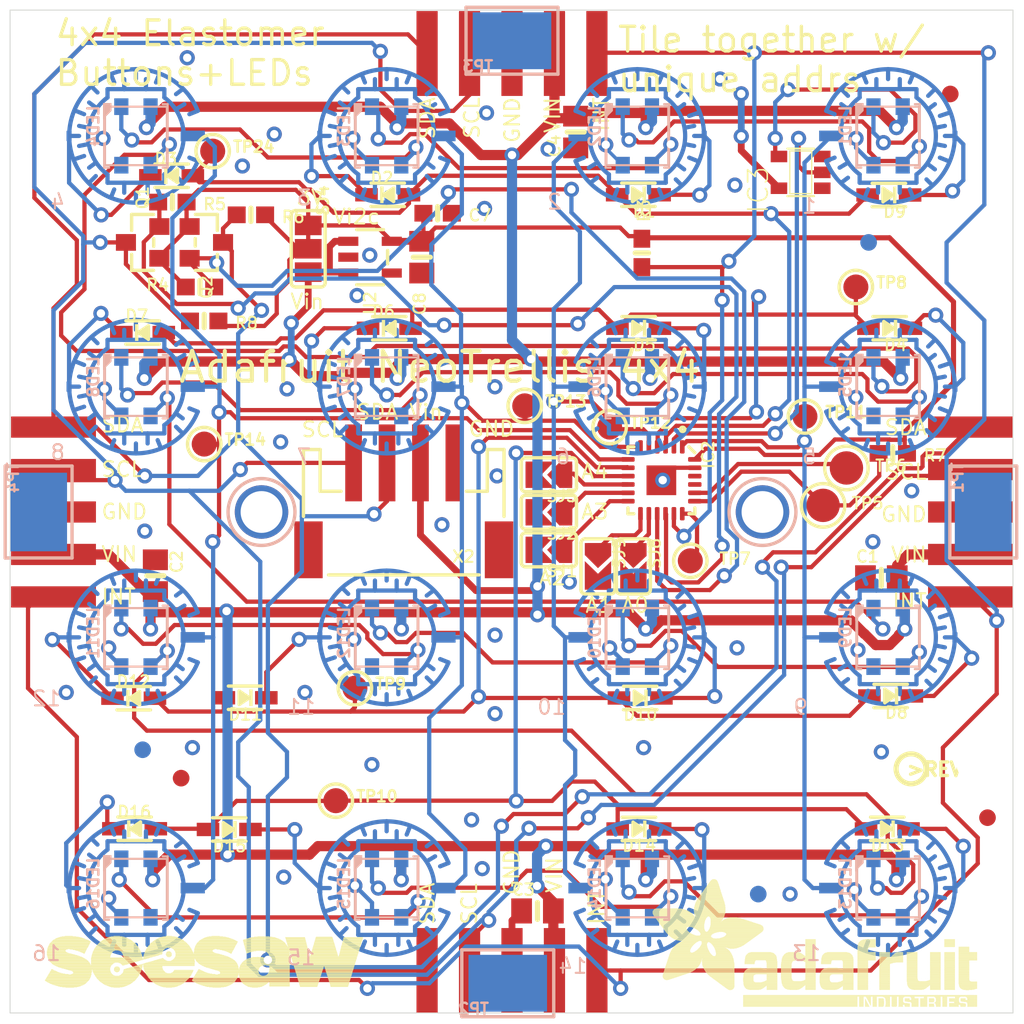
<source format=kicad_pcb>
(kicad_pcb (version 20211014) (generator pcbnew)
  (layers (0 "F.Cu" signal) (31 "B.Cu" signal) (34 "B.Paste" user) (35 "F.Paste" user) (36 "B.SilkS" user "B.Silkscreen") (37 "F.SilkS" user "F.Silkscreen") (38 "B.Mask" user) (39 "F.Mask" user) (44 "Edge.Cuts" user))
  (net 0 "")
  (net 1 "GND")
  (net 2 "INT")
  (net 3 "SCL_3V")
  (net 4 "SDA_3V")
  (net 5 "LED_IN")
  (net 6 "N$2")
  (net 7 "N$3")
  (net 8 "N$4")
  (net 9 "N$5")
  (net 10 "N$6")
  (net 11 "N$9")
  (net 12 "N$15")
  (net 13 "N$18")
  (net 14 "N$20")
  (net 15 "N$22")
  (net 16 "N$23")
  (net 17 "N$24")
  (net 18 "N$25")
  (net 19 "N$26")
  (net 20 "N$27")
  (net 21 "N$28")
  (net 22 "ROW1")
  (net 23 "ROW2")
  (net 24 "ROW3")
  (net 25 "ROW0")
  (net 26 "COL3")
  (net 27 "COL2")
  (net 28 "COL1")
  (net 29 "COL0")
  (net 30 "~{RESET}")
  (net 31 "3.3V")
  (net 32 "SWDIO")
  (net 33 "SWCLK")
  (net 34 "ADDR3")
  (net 35 "ADDR2")
  (net 36 "ADDR1")
  (net 37 "ADDR0")
  (net 38 "N$11")
  (net 39 "N$12")
  (net 40 "N$13")
  (net 41 "N$14")
  (net 42 "N$16")
  (net 43 "N$17")
  (net 44 "N$19")
  (net 45 "N$21")
  (net 46 "N$29")
  (net 47 "N$30")
  (net 48 "N$31")
  (net 49 "N$32")
  (net 50 "N$33")
  (net 51 "N$34")
  (net 52 "N$35")
  (net 53 "VIN")
  (net 54 "ADDR4")
  (net 55 "SDA")
  (net 56 "SCL")
  (net 57 "LED_3V")
  (net 58 "N$1")
  (footprint "boardEagle:JSTPH4" (layer "F.Cu") (at 142.0521 105.7936 180)
    (fp_text reference "X2")
    (fp_text value "STEMMA_I2C_RASMT")
  )
  (footprint "boardEagle:QFN24_4MM" (layer "F.Cu") (at 157.4661 103.1346 -90)
    (fp_text reference "IC2")
    (fp_text value "ATSAMD09D14A-MU")
  )
  (footprint "boardEagle:SOD-323" (layer "F.Cu") (at 131.6121 124.0246 180)
    (fp_text reference "D15")
    (fp_text value "1N4148")
  )
  (footprint "boardEagle:TESTPOINT_ROUND_1.5MM" (layer "F.Cu") (at 139.1311 115.5726)
    (fp_text reference "TP9")
    (fp_text value "")
  )
  (footprint "" (layer "F.Cu") (at 146.5291 90.0316)
    (fp_text reference "@HOLE1" hide)
    (fp_text value "")
  )
  (footprint "boardEagle:0603-NO" (layer "F.Cu") (at 144.0781 87.1566)
    (fp_text reference "C7")
    (fp_text value "1uF")
  )
  (footprint "boardEagle:SOD-323" (layer "F.Cu") (at 132.5601 116.1456 180)
    (fp_text reference "D11")
    (fp_text value "1N4148")
  )
  (footprint "" (layer "F.Cu") (at 150.5291 90.0316)
    (fp_text reference "@HOLE2" hide)
    (fp_text value "")
  )
  (footprint "boardEagle:SOLDERJUMPER_ARROW_NOPASTE" (layer "F.Cu") (at 150.7361 107.2946 180)
    (fp_text reference "SJ1")
    (fp_text value "")
  )
  (footprint "boardEagle:FIDUCIAL_1MM" (layer "F.Cu") (at 174.7491 80.0216)
    (fp_text reference "FID3" hide)
    (fp_text value "FIDUCIAL_1MM" hide)
  )
  (footprint "boardEagle:5P_EDGECONNECT" (layer "F.Cu") (at 148.5291 132.4636 180)
    (fp_text reference "JP3" hide)
    (fp_text value "" hide)
  )
  (footprint "" (layer "F.Cu") (at 177.2291 133.7316)
    (fp_text reference "@HOLE15" hide)
    (fp_text value "")
  )
  (footprint "" (layer "F.Cu") (at 119.8291 133.7316)
    (fp_text reference "@HOLE14" hide)
    (fp_text value "")
  )
  (footprint "boardEagle:5P_EDGECONNECT" (layer "F.Cu") (at 121.0971 105.0316 90)
    (fp_text reference "JP1" hide)
    (fp_text value "" hide)
  )
  (footprint "" (layer "F.Cu") (at 176.5291 90.0316)
    (fp_text reference "@HOLE3" hide)
    (fp_text value "")
  )
  (footprint "boardEagle:SOD-323" (layer "F.Cu") (at 128.1641 84.9146)
    (fp_text reference "D3")
    (fp_text value "1N4148")
  )
  (footprint "boardEagle:0603-NO" (layer "F.Cu") (at 156.2991 89.5316 90)
    (fp_text reference "R3")
    (fp_text value "10k")
  )
  (footprint "" (layer "F.Cu") (at 119.8291 76.3316)
    (fp_text reference "@HOLE12" hide)
    (fp_text value "")
  )
  (footprint "boardEagle:5P_EDGECONNECT" (layer "F.Cu") (at 175.9611 105.0316 90)
    (fp_text reference "JP2" hide)
    (fp_text value "" hide)
  )
  (footprint "boardEagle:SOT23-WIDE" (layer "F.Cu") (at 126.4311 88.9026 90)
    (fp_text reference "Q1")
    (fp_text value "BSS138")
  )
  (footprint "boardEagle:FIDUCIAL_1MM" (layer "F.Cu") (at 176.9771 123.3196)
    (fp_text reference "FID2" hide)
    (fp_text value "FIDUCIAL_1MM" hide)
  )
  (footprint "boardEagle:SOLDERJUMPER_ARROW_NOPASTE" (layer "F.Cu") (at 153.6731 108.2856 -90)
    (fp_text reference "SJ9")
    (fp_text value "")
  )
  (footprint "boardEagle:SOD-323" (layer "F.Cu") (at 126.4261 94.2936)
    (fp_text reference "D7")
    (fp_text value "1N4148")
  )
  (footprint "" (layer "F.Cu") (at 146.5291 120.0316)
    (fp_text reference "@HOLE5" hide)
    (fp_text value "")
  )
  (footprint "boardEagle:SEESAW_LOGO" (layer "F.Cu") (at 120.5891 133.4796)
    (fp_text reference "U$14" hide)
    (fp_text value "" hide)
  )
  (footprint "" (layer "F.Cu") (at 163.5291 120.0316)
    (fp_text reference "@HOLE11" hide)
    (fp_text value "")
  )
  (footprint "boardEagle:SOD-323" (layer "F.Cu") (at 156.0911 86.0516 180)
    (fp_text reference "D1")
    (fp_text value "1N4148")
  )
  (footprint "boardEagle:0603-NO" (layer "F.Cu") (at 128.2091 86.4896)
    (fp_text reference "R5")
    (fp_text value "10K")
  )
  (footprint "boardEagle:FIDUCIAL_1MM" (layer "F.Cu") (at 128.7331 120.9546)
    (fp_text reference "FID1" hide)
    (fp_text value "FIDUCIAL_1MM" hide)
  )
  (footprint "boardEagle:SOT23-5" (layer "F.Cu") (at 140.0361 89.7856 -90)
    (fp_text reference "U2")
    (fp_text value "AP2112-3.3")
  )
  (footprint "" (layer "F.Cu") (at 120.5291 90.0316)
    (fp_text reference "@HOLE0" hide)
    (fp_text value "")
  )
  (footprint "boardEagle:SOD-323" (layer "F.Cu") (at 171.1241 94.0396 180)
    (fp_text reference "D4")
    (fp_text value "1N4148")
  )
  (footprint "boardEagle:TESTPOINT_ROUND_2MM" (layer "F.Cu") (at 168.5381 102.3966)
    (fp_text reference "TP6")
    (fp_text value "")
  )
  (footprint "boardEagle:5P_EDGECONNECT" (layer "F.Cu") (at 148.5291 77.5996 180)
    (fp_text reference "JP4" hide)
    (fp_text value "" hide)
  )
  (footprint "boardEagle:TESTPOINT_ROUND_1.5MM" (layer "F.Cu") (at 130.6221 83.4416)
    (fp_text reference "TP24")
    (fp_text value "")
  )
  (footprint "" (layer "F.Cu") (at 133.5291 90.0316)
    (fp_text reference "@HOLE8" hide)
    (fp_text value "")
  )
  (footprint "boardEagle:0603-NO" (layer "F.Cu") (at 130.1141 93.6016)
    (fp_text reference "R8")
    (fp_text value "10K")
  )
  (footprint "" (layer "F.Cu") (at 120.5291 120.0316)
    (fp_text reference "@HOLE4" hide)
    (fp_text value "")
  )
  (footprint "" (layer "F.Cu") (at 163.5291 90.0316)
    (fp_text reference "@HOLE9" hide)
    (fp_text value "")
  )
  (footprint "boardEagle:SOD-323" (layer "F.Cu") (at 141.1881 94.0396)
    (fp_text reference "D6")
    (fp_text value "1N4148")
  )
  (footprint "boardEagle:ADAFRUIT_TEXT_20MM" (layer "F.Cu") (at 156.7841 134.6226)
    (fp_text reference "U$3" hide)
    (fp_text value "" hide)
  )
  (footprint "boardEagle:SOLDERJUMPER_2WAY_OPEN_NOPASTE" (layer "F.Cu") (at 136.3371 89.2836 -90)
    (fp_text reference "SJ4")
    (fp_text value "")
  )
  (footprint "boardEagle:0805-NO" (layer "F.Cu") (at 152.3391 82.2986 90)
    (fp_text reference "C4")
    (fp_text value "10u")
  )
  (footprint "boardEagle:0805-NO" (layer "F.Cu") (at 150.0531 128.8996)
    (fp_text reference "C3")
    (fp_text value "10u")
  )
  (footprint "boardEagle:SOD-323" (layer "F.Cu") (at 156.1081 94.0396 180)
    (fp_text reference "D5")
    (fp_text value "1N4148")
  )
  (footprint "boardEagle:TESTPOINT_ROUND_2MM" (layer "F.Cu") (at 167.1411 104.6346)
    (fp_text reference "TP5")
    (fp_text value "")
  )
  (footprint "" (layer "F.Cu") (at 150.5291 120.0316)
    (fp_text reference "@HOLE6" hide)
    (fp_text value "")
  )
  (footprint "" (layer "F.Cu") (at 133.5291 120.0316)
    (fp_text reference "@HOLE10" hide)
    (fp_text value "")
  )
  (footprint "boardEagle:SOD-323" (layer "F.Cu") (at 171.1841 116.0376 180)
    (fp_text reference "D8")
    (fp_text value "1N4148")
  )
  (footprint "boardEagle:TESTPOINT_ROUND_1.5MM" (layer "F.Cu") (at 159.1971 107.9526)
    (fp_text reference "TP7")
    (fp_text value "")
  )
  (footprint "boardEagle:SOT23-WIDE" (layer "F.Cu") (at 130.2411 88.9026 -90)
    (fp_text reference "Q2")
    (fp_text value "BSS138")
  )
  (footprint "" (layer "F.Cu") (at 176.5291 120.0316)
    (fp_text reference "@HOLE7" hide)
    (fp_text value "")
  )
  (footprint "boardEagle:SOLDERJUMPER_ARROW_NOPASTE" (layer "F.Cu") (at 150.7361 105.0486 180)
    (fp_text reference "SJ2")
    (fp_text value "")
  )
  (footprint "boardEagle:0603-NO" (layer "F.Cu") (at 132.9081 87.2516)
    (fp_text reference "R6")
    (fp_text value "10K")
  )
  (footprint "boardEagle:SOLDERJUMPER_ARROW_NOPASTE" (layer "F.Cu") (at 150.7361 102.8026 180)
    (fp_text reference "SJ3")
    (fp_text value "")
  )
  (footprint "boardEagle:SOD-323" (layer "F.Cu") (at 141.0941 86.0516)
    (fp_text reference "D2")
    (fp_text value "1N4148")
  )
  (footprint "boardEagle:0805-NO" (layer "F.Cu") (at 127.1931 108.8416 -90)
    (fp_text reference "C2")
    (fp_text value "10u")
  )
  (footprint "boardEagle:TESTPOINT_ROUND_1.5MM" (layer "F.Cu") (at 169.1031 91.5696)
    (fp_text reference "TP8")
    (fp_text value "")
  )
  (footprint "boardEagle:SOLDERJUMPER_ARROW_NOPASTE" (layer "F.Cu") (at 155.7921 108.2856 -90)
    (fp_text reference "SJ8")
    (fp_text value "")
  )
  (footprint "boardEagle:0603-NO" (layer "F.Cu") (at 129.8601 91.5696 180)
    (fp_text reference "R4")
    (fp_text value "10K")
  )
  (footprint "boardEagle:TESTPOINT_ROUND_1.5MM" (layer "F.Cu") (at 137.9881 122.3036)
    (fp_text reference "TP10")
    (fp_text value "")
  )
  (footprint "boardEagle:SOD-323" (layer "F.Cu") (at 171.0771 86.0656 180)
    (fp_text reference "D9")
    (fp_text value "1N4148")
  )
  (footprint "boardEagle:SOD-323" (layer "F.Cu") (at 156.1981 116.1586 180)
    (fp_text reference "D10")
    (fp_text value "1N4148")
  )
  (footprint "boardEagle:SOT23-5" (layer "F.Cu") (at 165.8011 84.7116 90)
    (fp_text reference "IC3")
    (fp_text value "74AHCT1G125DBV")
  )
  (footprint "boardEagle:0805-NO" (layer "F.Cu") (at 143.1311 89.7856 -90)
    (fp_text reference "C8")
    (fp_text value "10µF")
  )
  (footprint "boardEagle:SOD-323" (layer "F.Cu") (at 125.9491 123.9816)
    (fp_text reference "D16")
    (fp_text value "1N4148")
  )
  (footprint "boardEagle:SOD-323" (layer "F.Cu") (at 125.8981 116.1726)
    (fp_text reference "D12")
    (fp_text value "1N4148")
  )
  (footprint "" (layer "F.Cu") (at 177.2291 76.3316)
    (fp_text reference "@HOLE13" hide)
    (fp_text value "")
  )
  (footprint "boardEagle:PCBFEAT-REV-040" (layer "F.Cu") (at 172.4051 120.3986)
    (fp_text reference "U$19" hide)
    (fp_text value "" hide)
  )
  (footprint "boardEagle:TESTPOINT_ROUND_1.5MM" (layer "F.Cu") (at 130.1141 100.9676)
    (fp_text reference "TP14")
    (fp_text value "")
  )
  (footprint "boardEagle:SOD-323" (layer "F.Cu") (at 170.9821 123.9896 180)
    (fp_text reference "D13")
    (fp_text value "1N4148")
  )
  (footprint "boardEagle:0805-NO" (layer "F.Cu") (at 170.6271 108.9686)
    (fp_text reference "C1")
    (fp_text value "10u")
  )
  (footprint "boardEagle:SOD-323" (layer "F.Cu") (at 156.1231 123.9956 180)
    (fp_text reference "D14")
    (fp_text value "1N4148")
  )
  (footprint "boardEagle:TESTPOINT_ROUND_1.5MM" (layer "F.Cu") (at 154.3711 99.9516)
    (fp_text reference "TP12")
    (fp_text value "")
  )
  (footprint "boardEagle:TESTPOINT_ROUND_1.5MM" (layer "F.Cu") (at 166.0551 99.3166)
    (fp_text reference "TP11")
    (fp_text value "")
  )
  (footprint "boardEagle:TESTPOINT_ROUND_1.5MM" (layer "F.Cu") (at 149.2911 98.6816)
    (fp_text reference "TP13")
    (fp_text value "")
  )
  (footprint "boardEagle:0603-NO" (layer "F.Cu") (at 171.3111 101.5236)
    (fp_text reference "R7")
    (fp_text value "10K")
  )
  (footprint "boardEagle:ELAST_PAD_SQUARE_10MM_4X4WIDE" (layer "B.Cu") (at 156.0291 112.5316)
    (fp_text reference "U$23" hide)
    (fp_text value "ELAST_10X10" hide)
  )
  (footprint "boardEagle:TESTPOINT_SMT" (layer "B.Cu") (at 120.2081 105.0316 90)
    (fp_text reference "TP4")
    (fp_text value "")
  )
  (footprint "boardEagle:LED3535" (layer "B.Cu") (at 141.0291 112.5316 -90)
    (fp_text reference "LED12")
    (fp_text value "WS2812B3535")
  )
  (footprint "boardEagle:ELAST_PAD_SQUARE_10MM_4X4WIDE" (layer "B.Cu") (at 156.0291 127.5316)
    (fp_text reference "U$27" hide)
    (fp_text value "ELAST_10X10" hide)
  )
  (footprint "boardEagle:ELAST_PAD_SQUARE_10MM_4X4WIDE" (layer "B.Cu") (at 171.0291 127.5316)
    (fp_text reference "U$26" hide)
    (fp_text value "ELAST_10X10" hide)
  )
  (footprint "boardEagle:LED3535" (layer "B.Cu") (at 156.0291 112.5316 -90)
    (fp_text reference "LED10")
    (fp_text value "WS2812B3535")
  )
  (footprint "boardEagle:LED3535" (layer "B.Cu") (at 156.0291 127.5316 -90)
    (fp_text reference "LED14")
    (fp_text value "WS2812B3535")
  )
  (footprint "boardEagle:ELAST_PAD_SQUARE_10MM_4X4WIDE" (layer "B.Cu") (at 126.0291 127.5316 180)
    (fp_text reference "U$29" hide)
    (fp_text value "ELAST_10X10" hide)
  )
  (footprint "boardEagle:LED3535" (layer "B.Cu") (at 171.0291 82.5316 -90)
    (fp_text reference "LED1")
    (fp_text value "WS2812B3535")
  )
  (footprint "boardEagle:LED3535" (layer "B.Cu") (at 126.0291 127.5316 -90)
    (fp_text reference "LED16")
    (fp_text value "WS2812B3535")
  )
  (footprint "boardEagle:LED3535" (layer "B.Cu") (at 141.0291 82.5316 -90)
    (fp_text reference "LED3")
    (fp_text value "WS2812B3535")
  )
  (footprint "boardEagle:FIDUCIAL_1MM" (layer "B.Cu") (at 169.8651 88.9026 180)
    (fp_text reference "FID4" hide)
    (fp_text value "FIDUCIAL_1MM" hide)
  )
  (footprint "boardEagle:ELAST_PAD_SQUARE_10MM_4X4WIDE" (layer "B.Cu") (at 171.0291 112.5316)
    (fp_text reference "U$12" hide)
    (fp_text value "ELAST_10X10" hide)
  )
  (footprint "boardEagle:LED3535" (layer "B.Cu") (at 156.0291 82.5316 -90)
    (fp_text reference "LED2")
    (fp_text value "WS2812B3535")
  )
  (footprint "boardEagle:TESTPOINT_SMT" (layer "B.Cu") (at 148.2751 133.2256 180)
    (fp_text reference "TP2")
    (fp_text value "")
  )
  (footprint "boardEagle:ELAST_PAD_SQUARE_10MM_4X4WIDE" (layer "B.Cu") (at 171.0291 82.5316)
    (fp_text reference "U$4" hide)
    (fp_text value "ELAST_10X10" hide)
  )
  (footprint "boardEagle:LED3535" (layer "B.Cu") (at 171.0291 112.5316 -90)
    (fp_text reference "LED9")
    (fp_text value "WS2812B3535")
  )
  (footprint "boardEagle:LED3535" (layer "B.Cu") (at 171.0291 97.5316 -90)
    (fp_text reference "LED5")
    (fp_text value "WS2812B3535")
  )
  (footprint "boardEagle:ELAST_PAD_SQUARE_10MM_4X4WIDE" (layer "B.Cu") (at 156.0291 97.5316)
    (fp_text reference "U$9" hide)
    (fp_text value "ELAST_10X10" hide)
  )
  (footprint "boardEagle:FIDUCIAL_1MM" (layer "B.Cu") (at 163.2611 127.8916 180)
    (fp_text reference "FID5" hide)
    (fp_text value "FIDUCIAL_1MM" hide)
  )
  (footprint "boardEagle:MOUNTINGHOLE_2.5_PLATED" (layer "B.Cu") (at 133.5431 105.0316 180)
    (fp_text reference "U$2" hide)
    (fp_text value "MOUNTINGHOLE2.5" hide)
  )
  (footprint "boardEagle:LED3535" (layer "B.Cu") (at 141.0291 127.5316 -90)
    (fp_text reference "LED15")
    (fp_text value "WS2812B3535")
  )
  (footprint "boardEagle:LED3535" (layer "B.Cu") (at 141.0291 97.5316 -90)
    (fp_text reference "LED7")
    (fp_text value "WS2812B3535")
  )
  (footprint "boardEagle:MOUNTINGHOLE_2.5_PLATED" (layer "B.Cu") (at 163.5151 105.0316 180)
    (fp_text reference "U$1" hide)
    (fp_text value "MOUNTINGHOLE2.5" hide)
  )
  (footprint "boardEagle:ELAST_PAD_SQUARE_10MM_4X4WIDE" (layer "B.Cu") (at 141.0291 112.5316 180)
    (fp_text reference "U$25" hide)
    (fp_text value "ELAST_10X10" hide)
  )
  (footprint "boardEagle:ELAST_PAD_SQUARE_10MM_4X4WIDE" (layer "B.Cu") (at 126.0291 82.5316 180)
    (fp_text reference "U$7" hide)
    (fp_text value "ELAST_10X10" hide)
  )
  (footprint "boardEagle:ELAST_PAD_SQUARE_10MM_4X4WIDE" (layer "B.Cu") (at 171.0291 97.5316)
    (fp_text reference "U$8" hide)
    (fp_text value "ELAST_10X10" hide)
  )
  (footprint "boardEagle:TESTPOINT_SMT" (layer "B.Cu") (at 148.5291 76.8376 180)
    (fp_text reference "TP3")
    (fp_text value "")
  )
  (footprint "boardEagle:LED3535" (layer "B.Cu") (at 156.0291 97.5316 -90)
    (fp_text reference "LED6")
    (fp_text value "WS2812B3535")
  )
  (footprint "boardEagle:ELAST_PAD_SQUARE_10MM_4X4WIDE" (layer "B.Cu") (at 141.0291 82.5316 180)
    (fp_text reference "U$6" hide)
    (fp_text value "ELAST_10X10" hide)
  )
  (footprint "boardEagle:FIDUCIAL_1MM" (layer "B.Cu") (at 126.4311 119.2556 180)
    (fp_text reference "FID6" hide)
    (fp_text value "FIDUCIAL_1MM" hide)
  )
  (footprint "boardEagle:ELAST_PAD_SQUARE_10MM_4X4WIDE" (layer "B.Cu") (at 141.0291 97.5316 180)
    (fp_text reference "U$10" hide)
    (fp_text value "ELAST_10X10" hide)
  )
  (footprint "boardEagle:LED3535" (layer "B.Cu") (at 126.0291 97.5316 -90)
    (fp_text reference "LED8")
    (fp_text value "WS2812B3535")
  )
  (footprint "boardEagle:LED3535" (layer "B.Cu") (at 126.0291 82.5316 -90)
    (fp_text reference "LED4")
    (fp_text value "WS2812B3535")
  )
  (footprint "boardEagle:ELAST_PAD_SQUARE_10MM_4X4WIDE" (layer "B.Cu") (at 126.0291 112.5316 180)
    (fp_text reference "U$24" hide)
    (fp_text value "ELAST_10X10" hide)
  )
  (footprint "boardEagle:ELAST_PAD_SQUARE_10MM_4X4WIDE" (layer "B.Cu") (at 141.0291 127.5316 180)
    (fp_text reference "U$28" hide)
    (fp_text value "ELAST_10X10" hide)
  )
  (footprint "boardEagle:ELAST_PAD_SQUARE_10MM_4X4WIDE" (layer "B.Cu") (at 156.0291 82.5316)
    (fp_text reference "U$5" hide)
    (fp_text value "ELAST_10X10" hide)
  )
  (footprint "boardEagle:LED3535" (layer "B.Cu") (at 171.0291 127.5316 -90)
    (fp_text reference "LED13")
    (fp_text value "WS2812B3535")
  )
  (footprint "boardEagle:TESTPOINT_SMT" (layer "B.Cu") (at 176.7231 105.0316 90)
    (fp_text reference "TP1")
    (fp_text value "")
  )
  (footprint "boardEagle:ELAST_PAD_SQUARE_10MM_4X4WIDE" (layer "B.Cu") (at 126.0291 97.5316 180)
    (fp_text reference "U$11" hide)
    (fp_text value "ELAST_10X10" hide)
  )
  (footprint "boardEagle:LED3535" (layer "B.Cu") (at 126.0291 112.5316 -90)
    (fp_text reference "LED11")
    (fp_text value "WS2812B3535")
  )
  (gr_line (start 178.5011 75.0036) (end 178.5011 135.0036) (layer "Edge.Cuts") (width 0.05))
  (gr_line (start 118.5011 75.0036) (end 178.5011 75.0036) (layer "Edge.Cuts") (width 0.05))
  (gr_line (start 118.5011 135.0036) (end 118.5011 75.0036) (layer "Edge.Cuts") (width 0.05))
  (gr_line (start 178.5011 135.0036) (end 118.5011 135.0036) (layer "Edge.Cuts") (width 0.05))
  (gr_text "3" (at 136.5911 86.7436) (layer "B.SilkS") (effects (font (size 0.89408 0.89408) (thickness 0.12192)) (justify left bottom mirror)))
  (gr_text "7" (at 136.5911 102.2376) (layer "B.SilkS") (effects (font (size 0.89408 0.89408) (thickness 0.12192)) (justify left bottom mirror)))
  (gr_text "2" (at 151.5771 86.9976) (layer "B.SilkS") (effects (font (size 0.89408 0.89408) (thickness 0.12192)) (justify left bottom mirror)))
  (gr_text "4" (at 121.8591 86.9976) (layer "B.SilkS") (effects (font (size 0.89408 0.89408) (thickness 0.12192)) (justify left bottom mirror)))
  (gr_text "1" (at 166.8171 87.2516) (layer "B.SilkS") (effects (font (size 0.89408 0.89408) (thickness 0.12192)) (justify left bottom mirror)))
  (gr_text "10" (at 151.8311 117.2236) (layer "B.SilkS") (effects (font (size 0.89408 0.89408) (thickness 0.12192)) (justify left bottom mirror)))
  (gr_text "11" (at 136.8451 117.2236) (layer "B.SilkS") (effects (font (size 0.89408 0.89408) (thickness 0.12192)) (justify left bottom mirror)))
  (gr_text "6" (at 152.0851 102.2376) (layer "B.SilkS") (effects (font (size 0.89408 0.89408) (thickness 0.12192)) (justify left bottom mirror)))
  (gr_text "9" (at 166.3091 117.2236) (layer "B.SilkS") (effects (font (size 0.89408 0.89408) (thickness 0.12192)) (justify left bottom mirror)))
  (gr_text "13" (at 167.0711 131.9556) (layer "B.SilkS") (effects (font (size 0.89408 0.89408) (thickness 0.12192)) (justify left bottom mirror)))
  (gr_text "8" (at 121.8591 101.9836) (layer "B.SilkS") (effects (font (size 0.89408 0.89408) (thickness 0.12192)) (justify left bottom mirror)))
  (gr_text "16" (at 121.6051 131.9556) (layer "B.SilkS") (effects (font (size 0.89408 0.89408) (thickness 0.12192)) (justify left bottom mirror)))
  (gr_text "12" (at 121.6051 116.7156) (layer "B.SilkS") (effects (font (size 0.89408 0.89408) (thickness 0.12192)) (justify left bottom mirror)))
  (gr_text "5" (at 166.8171 102.2376) (layer "B.SilkS") (effects (font (size 0.89408 0.89408) (thickness 0.12192)) (justify left bottom mirror)))
  (gr_text "15" (at 136.8451 132.2096) (layer "B.SilkS") (effects (font (size 0.89408 0.89408) (thickness 0.12192)) (justify left bottom mirror)))
  (gr_text "14" (at 153.1011 132.7176) (layer "B.SilkS") (effects (font (size 0.89408 0.89408) (thickness 0.12192)) (justify left bottom mirror)))
  (gr_text "SCL" (at 138.4961 99.5706) (layer "F.SilkS") (effects (font (size 0.89408 0.89408) (thickness 0.12192)) (justify right top)))
  (gr_text "SCL" (at 123.8911 102.9996) (layer "F.SilkS") (effects (font (size 0.89408 0.89408) (thickness 0.12192)) (justify left bottom)))
  (gr_text "SDA" (at 139.1311 99.5706) (layer "F.SilkS") (effects (font (size 0.89408 0.89408) (thickness 0.12192)) (justify left bottom)))
  (gr_text "Vi2c" (at 137.7341 87.8866) (layer "F.SilkS") (effects (font (size 0.89408 0.89408) (thickness 0.12192)) (justify left bottom)))
  (gr_text "SCL" (at 146.4971 129.7966 90) (layer "F.SilkS") (effects (font (size 0.89408 0.89408) (thickness 0.12192)) (justify left bottom)))
  (gr_text "A3" (at 152.5931 105.5396) (layer "F.SilkS") (effects (font (size 0.89408 0.89408) (thickness 0.12192)) (justify left bottom)))
  (gr_text "Adafruit NeoTrellis 4x4" (at 128.4631 97.4116) (layer "F.SilkS") (effects (font (size 1.78816 1.78816) (thickness 0.24384)) (justify left bottom)))
  (gr_text "GND" (at 149.0371 128.0186 90) (layer "F.SilkS") (effects (font (size 0.89408 0.89408) (thickness 0.12192)) (justify left bottom)))
  (gr_text "Vin" (at 142.3061 99.5706) (layer "F.SilkS") (effects (font (size 0.89408 0.89408) (thickness 0.12192)) (justify left bottom)))
  (gr_text "SDA" (at 143.9571 129.7966 90) (layer "F.SilkS") (effects (font (size 0.89408 0.89408) (thickness 0.12192)) (justify left bottom)))
  (gr_text "GND" (at 148.0211 80.1396 90) (layer "F.SilkS") (effects (font (size 0.89408 0.89408) (thickness 0.12192)) (justify right top)))
  (gr_text "SDA" (at 123.8911 100.3326) (layer "F.SilkS") (effects (font (size 0.89408 0.89408) (thickness 0.12192)) (justify left bottom)))
  (gr_text "VIN" (at 123.8911 108.0796) (layer "F.SilkS") (effects (font (size 0.89408 0.89408) (thickness 0.12192)) (justify left bottom)))
  (gr_text "SCL" (at 145.6081 80.1396 90) (layer "F.SilkS") (effects (font (size 0.89408 0.89408) (thickness 0.12192)) (justify right top)))
  (gr_text "A0" (at 155.0061 111.1276) (layer "F.SilkS") (effects (font (size 0.89408 0.89408) (thickness 0.12192)) (justify left bottom)))
  (gr_text "INT" (at 173.4211 109.8576) (layer "F.SilkS") (effects (font (size 0.89408 0.89408) (thickness 0.12192)) (justify right top)))
  (gr_text "3V" (at 135.5751 86.7436) (layer "F.SilkS") (effects (font (size 0.89408 0.89408) (thickness 0.12192)) (justify left bottom)))
  (gr_text "A4" (at 152.5931 103.1266) (layer "F.SilkS") (effects (font (size 0.89408 0.89408) (thickness 0.12192)) (justify left bottom)))
  (gr_text "VIN" (at 151.5771 127.8916 90) (layer "F.SilkS") (effects (font (size 0.89408 0.89408) (thickness 0.12192)) (justify left bottom)))
  (gr_text "Tile together w/\nunique addrs" (at 154.7521 80.0126) (layer "F.SilkS") (effects (font (size 1.475232 1.475232) (thickness 0.201168)) (justify left bottom)))
  (gr_text "A1" (at 152.8471 111.1276) (layer "F.SilkS") (effects (font (size 0.89408 0.89408) (thickness 0.12192)) (justify left bottom)))
  (gr_text "SDA" (at 142.9411 80.1396 90) (layer "F.SilkS") (effects (font (size 0.89408 0.89408) (thickness 0.12192)) (justify right top)))
  (gr_text "SCL" (at 173.4211 102.1106) (layer "F.SilkS") (effects (font (size 0.89408 0.89408) (thickness 0.12192)) (justify right top)))
  (gr_text "Vin" (at 135.1941 92.9666) (layer "F.SilkS") (effects (font (size 0.89408 0.89408) (thickness 0.12192)) (justify left bottom)))
  (gr_text "GND" (at 123.8911 105.5396) (layer "F.SilkS") (effects (font (size 0.89408 0.89408) (thickness 0.12192)) (justify left bottom)))
  (gr_text "VIN" (at 150.4341 80.1396 90) (layer "F.SilkS") (effects (font (size 0.89408 0.89408) (thickness 0.12192)) (justify right top)))
  (gr_text "INT" (at 123.8911 110.6196) (layer "F.SilkS") (effects (font (size 0.89408 0.89408) (thickness 0.12192)) (justify left bottom)))
  (gr_text "4x4 Elastomer\nButtons+LEDs" (at 121.0971 79.6316) (layer "F.SilkS") (effects (font (size 1.475232 1.475232) (thickness 0.201168)) (justify left bottom)))
  (gr_text "GND" (at 145.8621 100.5866) (layer "F.SilkS") (effects (font (size 0.89408 0.89408) (thickness 0.12192)) (justify left bottom)))
  (gr_text "GND" (at 173.4211 104.6506) (layer "F.SilkS") (effects (font (size 0.89408 0.89408) (thickness 0.12192)) (justify right top)))
  (gr_text "INT" (at 154.1171 129.7966 90) (layer "F.SilkS") (effects (font (size 0.89408 0.89408) (thickness 0.12192)) (justify left bottom)))
  (gr_text "INT" (at 153.3551 80.1396 90) (layer "F.SilkS") (effects (font (size 0.89408 0.89408) (thickness 0.12192)) (justify right top)))
  (gr_text "GND" (at 145.8621 100.5866) (layer "F.SilkS") (effects (font (size 0.89408 0.89408) (thickness 0.12192)) (justify left bottom)))
  (gr_text "VIN" (at 173.4211 107.0636) (layer "F.SilkS") (effects (font (size 0.89408 0.89408) (thickness 0.12192)) (justify right top)))
  (gr_text "A2" (at 150.0531 109.4766) (layer "F.SilkS") (effects (font (size 0.89408 0.89408) (thickness 0.12192)) (justify left bottom)))
  (gr_text "SDA" (at 173.4211 99.4436) (layer "F.SilkS") (effects (font (size 0.89408 0.89408) (thickness 0.12192)) (justify right top)))
  (segment (start 158.2881 102.3846) (end 157.5461 103.1266) (width 0.254) (layer "F.Cu") (net 1))
  (segment (start 149.1031 128.8996) (end 148.5291 129.4736) (width 0.4064) (layer "F.Cu") (net 1))
  (segment (start 148.5291 129.4736) (end 148.5291 132.4636) (width 0.4064) (layer "F.Cu") (net 1))
  (segment (start 159.4661 102.3846) (end 158.2881 102.3846) (width 0.254) (layer "F.Cu") (net 1))
  (via (at 136.141007 115.8266) (size 0.9064) (drill 0.5) (layers "F.Cu" "B.Cu") (net 1))
  (via (at 157.5461 103.1266) (size 0.9064) (drill 0.5) (layers "F.Cu" "B.Cu") (net 1))
  (via (at 147.0051 81.1556) (size 0.9064) (drill 0.5) (layers "F.Cu" "B.Cu") (net 1))
  (via (at 132.4001 84.3306) (size 0.9064) (drill 0.5) (layers "F.Cu" "B.Cu") (net 1))
  (via (at 169.0123 127.6376) (size 0.9064) (drill 0.5) (layers "F.Cu" "B.Cu") (net 1))
  (via (at 129.410007 119.1286) (size 0.9064) (drill 0.5) (layers "F.Cu" "B.Cu") (net 1))
  (via (at 146.8863 86.8706) (size 0.9064) (drill 0.5) (layers "F.Cu" "B.Cu") (net 1))
  (via (at 154.3711 113.1596) (size 0.9064) (drill 0.5) (layers "F.Cu" "B.Cu") (net 1))
  (via (at 169.1125 82.6796) (size 0.9064) (drill 0.5) (layers "F.Cu" "B.Cu") (net 1))
  (via (at 144.3381 105.7936) (size 0.9064) (drill 0.5) (layers "F.Cu" "B.Cu") (net 1))
  (via (at 121.8591 115.8266) (size 0.9064) (drill 0.5) (layers "F.Cu" "B.Cu") (net 1))
  (via (at 154.1125 97.7926) (size 0.9064) (drill 0.5) (layers "F.Cu" "B.Cu") (net 1))
  (via (at 124.3991 113.1596) (size 0.9064) (drill 0.5) (layers "F.Cu" "B.Cu") (net 1))
  (via (at 124.1451 97.6656) (size 0.9064) (drill 0.5) (layers "F.Cu" "B.Cu") (net 1))
  (via (at 147.5085 97.5386) (size 0.9064) (drill 0.5) (layers "F.Cu" "B.Cu") (net 1))
  (via (at 124.3991 128.1456) (size 0.9064) (drill 0.5) (layers "F.Cu" "B.Cu") (net 1))
  (via (at 135.0671 97.6656) (size 0.9064) (drill 0.5) (layers "F.Cu" "B.Cu") (net 1))
  (via (at 147.5131 112.3976) (size 0.9064) (drill 0.5) (layers "F.Cu" "B.Cu") (net 1))
  (via (at 146.7465 126.3676) (size 0.9064) (drill 0.5) (layers "F.Cu" "B.Cu") (net 1))
  (via (at 150.6881 83.3146) (size 0.9064) (drill 0.5) (layers "F.Cu" "B.Cu") (net 1))
  (via (at 147.5131 117.0966) (size 0.9064) (drill 0.5) (layers "F.Cu" "B.Cu") (net 1))
  (via (at 139.2581 92.0776) (size 0.9064) (drill 0.5) (layers "F.Cu" "B.Cu") (net 1))
  (via (at 170.6271 119.3826) (size 0.9064) (drill 0.5) (layers "F.Cu" "B.Cu") (net 1))
  (via (at 172.4413 103.7616) (size 0.9064) (drill 0.5) (layers "F.Cu" "B.Cu") (net 1))
  (via (at 134.3051 82.4256) (size 0.9064) (drill 0.5) (layers "F.Cu" "B.Cu") (net 1))
  (via (at 134.871007 126.8756) (size 0.9064) (drill 0.5) (layers "F.Cu" "B.Cu") (net 1))
  (via (at 139.1311 127.3836) (size 0.9064) (drill 0.5) (layers "F.Cu" "B.Cu") (net 1))
  (via (at 147.6355 102.8726) (size 0.9064) (drill 0.5) (layers "F.Cu" "B.Cu") (net 1))
  (via (at 161.9911 113.1596) (size 0.9064) (drill 0.5) (layers "F.Cu" "B.Cu") (net 1))
  (via (at 139.062007 112.6516) (size 0.9064) (drill 0.5) (layers "F.Cu" "B.Cu") (net 1))
  (via (at 165.1661 127.8916) (size 0.9064) (drill 0.5) (layers "F.Cu" "B.Cu") (net 1))
  (via (at 134.6861 100.8406) (size 0.9064) (drill 0.5) (layers "F.Cu" "B.Cu") (net 1))
  (via (at 154.1393 83.0606) (size 0.9064) (drill 0.5) (layers "F.Cu" "B.Cu") (net 1))
  (via (at 170.1191 106.8096) (size 0.9064) (drill 0.5) (layers "F.Cu" "B.Cu") (net 1))
  (via (at 126.5581 106.1746) (size 0.9064) (drill 0.5) (layers "F.Cu" "B.Cu") (net 1))
  (via (at 124.062007 82.6796) (size 0.9064) (drill 0.5) (layers "F.Cu" "B.Cu") (net 1))
  (via (at 169.0985 98.1736) (size 0.9064) (drill 0.5) (layers "F.Cu" "B.Cu") (net 1))
  (via (at 160.9751 79.1236) (size 0.9064) (drill 0.5) (layers "F.Cu" "B.Cu") (net 1))
  (via (at 151.9581 109.2226) (size 0.9064) (drill 0.5) (layers "F.Cu" "B.Cu") (net 1))
  (via (at 156.4031 119.1286) (size 0.9064) (drill 0.5) (layers "F.Cu" "B.Cu") (net 1))
  (via (at 161.8641 85.4736) (size 0.9064) (drill 0.5) (layers "F.Cu" "B.Cu") (net 1))
  (via (at 129.0981 77.8536) (size 0.9064) (drill 0.5) (layers "F.Cu" "B.Cu") (net 1))
  (via (at 146.1115 123.4466) (size 0.9064) (drill 0.5) (layers "F.Cu" "B.Cu") (net 1))
  (via (at 154.1125 127.0026) (size 0.9064) (drill 0.5) (layers "F.Cu" "B.Cu") (net 1))
  (via (at 140.0201 89.6646) (size 0.9064) (drill 0.5) (layers "F.Cu" "B.Cu") (net 1))
  (via (at 139.0123 82.6796) (size 0.9064) (drill 0.5) (layers "F.Cu" "B.Cu") (net 1))
  (via (at 169.2301 113.2866) (size 0.9064) (drill 0.5) (layers "F.Cu" "B.Cu") (net 1))
  (via (at 140.1471 120.1446) (size 0.9064) (drill 0.5) (layers "F.Cu" "B.Cu") (net 1))
  (via (at 139.1311 97.6656) (size 0.9064) (drill 0.5) (layers "F.Cu" "B.Cu") (net 1))
  (segment (start 125.1541 99.2816) (end 124.1451 98.2726) (width 0.254) (layer "B.Cu") (net 1))
  (segment (start 154.1393 83.2668) (end 154.1393 83.0606) (width 0.2032) (layer "B.Cu") (net 1))
  (segment (start 124.3991 113.5266) (end 124.3991 113.1596) (width 0.254) (layer "B.Cu") (net 1))
  (segment (start 124.1451 98.2726) (end 124.1451 97.6656) (width 0.254) (layer "B.Cu") (net 1))
  (segment (start 170.1541 129.2816) (end 169.0123 128.1398) (width 0.254) (layer "B.Cu") (net 1))
  (segment (start 155.1541 84.2816) (end 154.1393 83.2668) (width 0.2032) (layer "B.Cu") (net 1))
  (segment (start 154.1125 128.24) (end 154.1125 127.0026) (width 0.254) (layer "B.Cu") (net 1))
  (segment (start 170.1541 84.2816) (end 169.1125 83.24) (width 0.254) (layer "B.Cu") (net 1))
  (segment (start 169.1125 83.24) (end 169.1125 82.6796) (width 0.254) (layer "B.Cu") (net 1))
  (segment (start 140.1541 99.2816) (end 139.1311 98.2586) (width 0.254) (layer "B.Cu") (net 1))
  (segment (start 154.1125 98.24) (end 154.1125 97.7926) (width 0.254) (layer "B.Cu") (net 1))
  (segment (start 140.1541 129.2816) (end 140.1541 128.4066) (width 0.254) (layer "B.Cu") (net 1))
  (segment (start 140.1541 84.2816) (end 139.0123 83.1398) (width 0.254) (layer "B.Cu") (net 1))
  (segment (start 125.1541 114.2816) (end 124.3991 113.5266) (width 0.254) (layer "B.Cu") (net 1))
  (segment (start 124.3991 128.5266) (end 124.3991 128.1456) (width 0.254) (layer "B.Cu") (net 1))
  (segment (start 169.0123 128.1398) (end 169.0123 127.6376) (width 0.254) (layer "B.Cu") (net 1))
  (segment (start 139.1311 98.2586) (end 139.1311 97.6656) (width 0.254) (layer "B.Cu") (net 1))
  (segment (start 155.1541 99.2816) (end 154.1125 98.24) (width 0.254) (layer "B.Cu") (net 1))
  (segment (start 140.1541 128.4066) (end 139.1311 127.3836) (width 0.254) (layer "B.Cu") (net 1))
  (segment (start 139.0123 83.1398) (end 139.0123 82.6796) (width 0.254) (layer "B.Cu") (net 1))
  (segment (start 155.1541 113.9426) (end 154.3711 113.1596) (width 0.254) (layer "B.Cu") (net 1))
  (segment (start 155.1541 114.2816) (end 155.1541 113.9426) (width 0.254) (layer "B.Cu") (net 1))
  (segment (start 125.1541 129.2816) (end 124.3991 128.5266) (width 0.254) (layer "B.Cu") (net 1))
  (segment (start 155.1541 129.2816) (end 154.1125 128.24) (width 0.254) (layer "B.Cu") (net 1))
  (segment (start 122.4941 128.7136) (end 122.4941 118.4936) (width 0.254) (layer "F.Cu") (net 2))
  (segment (start 155.0291 133.5316) (end 155.0291 132.4636) (width 0.254) (layer "F.Cu") (net 2))
  (segment (start 155.0291 132.4636) (end 169.9931 132.4636) (width 0.254) (layer "F.Cu") (net 2))
  (segment (start 153.6531 77.5556) (end 153.6091 77.5996) (width 0.254) (layer "F.Cu") (net 2))
  (segment (start 119.5731 110.7466) (end 120.2081 110.1116) (width 0.254) (layer "F.Cu") (net 2))
  (segment (start 161.1021 92.358794) (end 161.1021 90.4346) (width 0.254) (layer "F.Cu") (net 2))
  (segment (start 176.3941 126.0626) (end 176.3941 124.5146) (width 0.254) (layer "F.Cu") (net 2))
  (segment (start 163.0291 77.5556) (end 153.6531 77.5556) (width 0.254) (layer "F.Cu") (net 2))
  (segment (start 174.3101 119.1286) (end 177.5291 115.9096) (width 0.254) (layer "F.Cu") (net 2))
  (segment (start 177.5291 111.5316) (end 176.1091 110.1116) (width 0.254) (layer "F.Cu") (net 2))
  (segment (start 177.0291 77.5556) (end 163.0291 77.5556) (width 0.254) (layer "F.Cu") (net 2))
  (segment (start 156.2991 90.3816) (end 161.1551 90.3816) (width 0.254) (layer "F.Cu") (net 2))
  (segment (start 161.1551 90.3816) (end 161.5051 90.0316) (width 0.254) (layer "F.Cu") (net 2))
  (segment (start 174.3101 122.4306) (end 174.3101 119.1286) (width 0.254) (layer "F.Cu") (net 2))
  (segment (start 139.3781 133.0316) (end 139.8781 133.5316) (width 0.254) (layer "F.Cu") (net 2))
  (segment (start 158.2161 105.1346) (end 158.2161 105.88489) (width 0.254) (layer "F.Cu") (net 2))
  (segment (start 119.5731 115.5726) (end 119.5731 110.7466) (width 0.254) (layer "F.Cu") (net 2))
  (segment (start 161.1021 90.4346) (end 161.1551 90.3816) (width 0.254) (layer "F.Cu") (net 2))
  (segment (start 120.2081 110.1116) (end 121.0971 110.1116) (width 0.254) (layer "F.Cu") (net 2))
  (segment (start 176.3941 124.5146) (end 174.3101 122.4306) (width 0.254) (layer "F.Cu") (net 2))
  (segment (start 153.6091 132.4636) (end 155.0291 132.4636) (width 0.254) (layer "F.Cu") (net 2))
  (segment (start 169.9931 132.4636) (end 176.3941 126.0626) (width 0.254) (layer "F.Cu") (net 2))
  (segment (start 122.4941 118.4936) (end 119.5731 115.5726) (width 0.254) (layer "F.Cu") (net 2))
  (segment (start 122.4941 128.7136) (end 126.8121 133.0316) (width 0.254) (layer "F.Cu") (net 2))
  (segment (start 176.1091 110.1116) (end 175.9611 110.1116) (width 0.254) (layer "F.Cu") (net 2))
  (segment (start 126.8121 133.0316) (end 139.3781 133.0316) (width 0.254) (layer "F.Cu") (net 2))
  (segment (start 158.2161 105.88489) (end 158.816184 106.484975) (width 0.254) (layer "F.Cu") (net 2))
  (segment (start 177.5291 115.9096) (end 177.5291 111.5316) (width 0.254) (layer "F.Cu") (net 2))
  (via (at 177.0291 77.5556) (size 0.9064) (drill 0.5) (layers "F.Cu" "B.Cu") (net 2))
  (via (at 161.1021 92.358794) (size 0.9064) (drill 0.5) (layers "F.Cu" "B.Cu") (net 2))
  (via (at 163.0291 77.5556) (size 0.9064) (drill 0.5) (layers "F.Cu" "B.Cu") (net 2))
  (via (at 158.816184 106.484975) (size 0.9064) (drill 0.5) (layers "F.Cu" "B.Cu") (net 2))
  (via (at 139.8781 133.5316) (size 0.9064) (drill 0.5) (layers "F.Cu" "B.Cu") (net 2))
  (via (at 155.0291 133.5316) (size 0.9064) (drill 0.5) (layers "F.Cu" "B.Cu") (net 2))
  (via (at 177.5291 111.5316) (size 0.9064) (drill 0.5) (layers "F.Cu" "B.Cu") (net 2))
  (via (at 161.5051 90.0316) (size 0.9064) (drill 0.5) (layers "F.Cu" "B.Cu") (net 2))
  (segment (start 160.3561 104.94506) (end 158.816184 106.484975) (width 0.254) (layer "B.Cu") (net 2))
  (segment (start 174.5291 91.308057) (end 174.5291 88.906144) (width 0.254) (layer "B.Cu") (net 2))
  (segment (start 152.5291 131.0316) (end 145.7751 131.0316) (width 0.254) (layer "B.Cu") (net 2))
  (segment (start 176.7875 93.566457) (end 174.5291 91.308057) (width 0.254) (layer "B.Cu") (net 2))
  (segment (start 163.0291 88.5076) (end 161.5051 90.0316) (width 0.254) (layer "B.Cu") (net 2))
  (segment (start 160.3561 99.092894) (end 160.3561 104.94506) (width 0.254) (layer "B.Cu") (net 2))
  (segment (start 163.0291 77.5556) (end 163.0291 88.5076) (width 0.254) (layer "B.Cu") (net 2))
  (segment (start 176.7875 99.491004) (end 176.7875 93.566457) (width 0.254) (layer "B.Cu") (net 2))
  (segment (start 176.7875 77.7972) (end 177.0291 77.5556) (width 0.254) (layer "B.Cu") (net 2))
  (segment (start 176.7875 86.647744) (end 176.7875 77.7972) (width 0.254) (layer "B.Cu") (net 2))
  (segment (start 174.5291 88.906144) (end 176.7875 86.647744) (width 0.254) (layer "B.Cu") (net 2))
  (segment (start 145.7751 131.0316) (end 143.5811 133.2256) (width 0.254) (layer "B.Cu") (net 2))
  (segment (start 174.5291 107.9126) (end 174.5291 101.749404) (width 0.254) (layer "B.Cu") (net 2))
  (segment (start 143.5811 133.2256) (end 140.1841 133.2256) (width 0.254) (layer "B.Cu") (net 2))
  (segment (start 174.5291 101.749404) (end 176.7875 99.491004) (width 0.254) (layer "B.Cu") (net 2))
  (segment (start 177.5291 110.9126) (end 174.5291 107.9126) (width 0.254) (layer "B.Cu") (net 2))
  (segment (start 152.5291 131.0316) (end 155.0291 133.5316) (width 0.254) (layer "B.Cu") (net 2))
  (segment (start 161.1021 98.346894) (end 161.1021 92.358794) (width 0.254) (layer "B.Cu") (net 2))
  (segment (start 140.1841 133.2256) (end 139.8781 133.5316) (width 0.254) (layer "B.Cu") (net 2))
  (segment (start 161.1021 98.346894) (end 160.3561 99.092894) (width 0.254) (layer "B.Cu") (net 2))
  (segment (start 177.5291 110.9126) (end 177.5291 111.5316) (width 0.254) (layer "B.Cu") (net 2))
  (segment (start 127.4311 86.5556) (end 127.3591 86.4836) (width 0.254) (layer "F.Cu") (net 3))
  (segment (start 161.1021 107.814018) (end 161.1021 107.0636) (width 0.254) (layer "F.Cu") (net 3))
  (segment (start 144.4651 93.8556) (end 152.3757 93.8556) (width 0.254) (layer "F.Cu") (net 3))
  (segment (start 131.8921 92.5856) (end 128.4631 92.5856) (width 0.254) (layer "F.Cu") (net 3))
  (segment (start 127.3591 86.4836) (end 127.3591 86.4896) (width 0.254) (layer "F.Cu") (net 3))
  (segment (start 128.4631 92.5856) (end 126.5009 90.6234) (width 0.254) (layer "F.Cu") (net 3))
  (segment (start 157.7459 108.9144) (end 158.0757 109.2442) (width 0.254) (layer "F.Cu") (net 3))
  (segment (start 157.7459 105.1644) (end 157.7459 108.9144) (width 0.254) (layer "F.Cu") (net 3))
  (segment (start 127.4311 87.9526) (end 127.4311 86.5556) (width 0.254) (layer "F.Cu") (net 3))
  (segment (start 152.3757 93.8556) (end 152.4661 93.7652) (width 0.254) (layer "F.Cu") (net 3))
  (segment (start 158.0757 109.2442) (end 159.671918 109.2442) (width 0.254) (layer "F.Cu") (net 3))
  (segment (start 131.8921 92.5856) (end 132.1461 92.8396) (width 0.254) (layer "F.Cu") (net 3))
  (segment (start 157.7161 105.1346) (end 157.7459 105.1644) (width 0.254) (layer "F.Cu") (net 3))
  (segment (start 159.671918 109.2442) (end 161.1021 107.814018) (width 0.254) (layer "F.Cu") (net 3))
  (segment (start 126.5009 88.8828) (end 127.4311 87.9526) (width 0.254) (layer "F.Cu") (net 3))
  (segment (start 126.5009 90.6234) (end 126.5009 88.8828) (width 0.254) (layer "F.Cu") (net 3))
  (via (at 152.4661 93.7652) (size 0.9064) (drill 0.5) (layers "F.Cu" "B.Cu") (net 3))
  (via (at 144.4651 93.8556) (size 0.9064) (drill 0.5) (layers "F.Cu" "B.Cu") (net 3))
  (via (at 132.1461 92.8396) (size 0.9064) (drill 0.5) (layers "F.Cu" "B.Cu") (net 3))
  (via (at 161.1021 107.0636) (size 0.9064) (drill 0.5) (layers "F.Cu" "B.Cu") (net 3))
  (segment (start 140.763722 91.0652) (end 135.260957 91.0652) (width 0.254) (layer "B.Cu") (net 3))
  (segment (start 134.371957 91.9542) (end 133.1585 91.9542) (width 0.254) (layer "B.Cu") (net 3))
  (segment (start 143.554122 93.8556) (end 140.763722 91.0652) (width 0.254) (layer "B.Cu") (net 3))
  (segment (start 133.1585 91.9542) (end 132.2731 92.8396) (width 0.254) (layer "B.Cu") (net 3))
  (segment (start 161.956537 92.004419) (end 161.527509 91.575391) (width 0.254) (layer "B.Cu") (net 3))
  (segment (start 160.9149 99.180675) (end 161.956537 98.139038) (width 0.254) (layer "B.Cu") (net 3))
  (segment (start 132.2731 92.8396) (end 132.1461 92.8396) (width 0.254) (layer "B.Cu") (net 3))
  (segment (start 144.4651 93.8556) (end 143.554122 93.8556) (width 0.254) (layer "B.Cu") (net 3))
  (segment (start 160.9149 106.489643) (end 161.1021 106.676843) (width 0.254) (layer "B.Cu") (net 3))
  (segment (start 161.1021 106.676843) (end 161.1021 107.0636) (width 0.254) (layer "B.Cu") (net 3))
  (segment (start 154.655909 91.575391) (end 152.4661 93.7652) (width 0.254) (layer "B.Cu") (net 3))
  (segment (start 161.956537 98.139038) (end 161.956537 92.004419) (width 0.254) (layer "B.Cu") (net 3))
  (segment (start 135.260957 91.0652) (end 134.371957 91.9542) (width 0.254) (layer "B.Cu") (net 3))
  (segment (start 160.9149 99.180675) (end 160.9149 106.489643) (width 0.254) (layer "B.Cu") (net 3))
  (segment (start 161.527509 91.575391) (end 154.655909 91.575391) (width 0.254) (layer "B.Cu") (net 3))
  (segment (start 157.7709 109.7014) (end 160.3693 109.7014) (width 0.254) (layer "F.Cu") (net 4))
  (segment (start 129.2411 90.1006) (end 130.7101 91.5696) (width 0.254) (layer "F.Cu") (net 4))
  (segment (start 129.2411 89.8526) (end 130.5951 89.8526) (width 0.254) (layer "F.Cu") (net 4))
  (segment (start 157.2161 105.1346) (end 157.2161 109.1466) (width 0.254) (layer "F.Cu") (net 4))
  (segment (start 129.2411 89.8526) (end 129.2411 90.1006) (width 0.254) (layer "F.Cu") (net 4))
  (segment (start 157.2161 109.1466) (end 157.7709 109.7014) (width 0.254) (layer "F.Cu") (net 4))
  (segment (start 160.3693 109.7014) (end 161.2291 108.8416) (width 0.254) (layer "F.Cu") (net 4))
  (segment (start 144.7191 85.9162) (end 144.9077 85.7276) (width 0.254) (layer "F.Cu") (net 4))
  (segment (start 130.5951 89.8526) (end 130.8601 90.1176) (width 0.254) (layer "F.Cu") (net 4))
  (segment (start 144.9077 85.7276) (end 152.0851 85.7276) (width 0.254) (layer "F.Cu") (net 4))
  (via (at 130.8601 90.1176) (size 0.9064) (drill 0.5) (layers "F.Cu" "B.Cu") (net 4))
  (via (at 144.7191 85.9162) (size 0.9064) (drill 0.5) (layers "F.Cu" "B.Cu") (net 4))
  (via (at 152.0851 85.7276) (size 0.9064) (drill 0.5) (layers "F.Cu" "B.Cu") (net 4))
  (via (at 161.2291 108.8416) (size 0.9064) (drill 0.5) (layers "F.Cu" "B.Cu") (net 4))
  (segment (start 153.0503 88.0898) (end 153.0503 88.078219) (width 0.254) (layer "B.Cu") (net 4))
  (segment (start 156.0221 91.0616) (end 153.0503 88.0898) (width 0.254) (layer "B.Cu") (net 4))
  (segment (start 152.0851 87.113019) (end 152.0851 85.7276) (width 0.254) (layer "B.Cu") (net 4))
  (segment (start 153.0503 88.078219) (end 152.0851 87.113019) (width 0.254) (layer "B.Cu") (net 4))
  (segment (start 134.182575 91.497) (end 135.071582 90.607994) (width 0.254) (layer "B.Cu") (net 4))
  (segment (start 161.2291 108.8416) (end 161.3561 108.8416) (width 0.254) (layer "B.Cu") (net 4))
  (segment (start 130.8601 90.2836) (end 130.8601 90.1176) (width 0.254) (layer "B.Cu") (net 4))
  (segment (start 134.182575 91.497) (end 132.0735 91.497) (width 0.254) (layer "B.Cu") (net 4))
  (segment (start 132.0735 91.497) (end 130.8601 90.2836) (width 0.254) (layer "B.Cu") (net 4))
  (segment (start 162.4223 98.446857) (end 162.4223 91.8236) (width 0.254) (layer "B.Cu") (net 4))
  (segment (start 161.3721 99.497057) (end 162.4223 98.446857) (width 0.254) (layer "B.Cu") (net 4))
  (segment (start 144.7191 86.3626) (end 144.7191 85.9162) (width 0.254) (layer "B.Cu") (net 4))
  (segment (start 140.473707 90.607994) (end 144.7191 86.3626) (width 0.254) (layer "B.Cu") (net 4))
  (segment (start 161.3721 106.046262) (end 161.3721 99.497057) (width 0.254) (layer "B.Cu") (net 4))
  (segment (start 135.071582 90.607994) (end 140.473707 90.607994) (width 0.254) (layer "B.Cu") (net 4))
  (segment (start 162.4223 91.8236) (end 161.6603 91.0616) (width 0.254) (layer "B.Cu") (net 4))
  (segment (start 161.9911 108.2066) (end 161.9911 106.665262) (width 0.254) (layer "B.Cu") (net 4))
  (segment (start 161.9911 106.665262) (end 161.3721 106.046262) (width 0.254) (layer "B.Cu") (net 4))
  (segment (start 161.3561 108.8416) (end 161.9911 108.2066) (width 0.254) (layer "B.Cu") (net 4))
  (segment (start 161.6603 91.0616) (end 156.0221 91.0616) (width 0.254) (layer "B.Cu") (net 4))
  (segment (start 172.6641 82.223144) (end 171.953643 82.9336) (width 0.254) (layer "F.Cu") (net 5))
  (segment (start 164.2771 82.679) (end 164.2771 83.5376) (width 0.254) (layer "F.Cu") (net 5))
  (segment (start 164.2771 83.5376) (end 164.5011 83.7616) (width 0.254) (layer "F.Cu") (net 5))
  (segment (start 171.154131 79.7586) (end 165.0391 79.7586) (width 0.254) (layer "F.Cu") (net 5))
  (segment (start 171.953643 82.9336) (end 170.7541 82.9336) (width 0.254) (layer "F.Cu") (net 5))
  (segment (start 172.6641 81.268569) (end 171.154131 79.7586) (width 0.254) (layer "F.Cu") (net 5))
  (segment (start 172.6641 81.268569) (end 172.6641 82.223144) (width 0.254) (layer "F.Cu") (net 5))
  (via (at 170.7541 82.9336) (size 0.9064) (drill 0.5) (layers "F.Cu" "B.Cu") (net 5))
  (via (at 165.0391 79.7586) (size 0.9064) (drill 0.5) (layers "F.Cu" "B.Cu") (net 5))
  (via (at 164.2771 82.679) (size 0.9064) (drill 0.5) (layers "F.Cu" "B.Cu") (net 5))
  (segment (start 170.1541 80.7816) (end 170.1541 82.3336) (width 0.254) (layer "B.Cu") (net 5))
  (segment (start 170.1541 82.3336) (end 170.7541 82.9336) (width 0.254) (layer "B.Cu") (net 5))
  (segment (start 164.2771 80.5206) (end 165.0391 79.7586) (width 0.254) (layer "B.Cu") (net 5))
  (segment (start 164.2771 82.679) (end 164.2771 80.5206) (width 0.254) (layer "B.Cu") (net 5))
  (segment (start 174.6461 86.0656) (end 174.8861 85.8256) (width 0.254) (layer "F.Cu") (net 6))
  (segment (start 172.3471 86.0656) (end 174.6461 86.0656) (width 0.254) (layer "F.Cu") (net 6))
  (via (at 174.8861 85.8256) (size 0.9064) (drill 0.5) (layers "F.Cu" "B.Cu") (net 6))
  (segment (start 175.0291 82.5316) (end 175.5291 83.0316) (width 0.254) (layer "B.Cu") (net 6))
  (segment (start 175.5291 85.1826) (end 174.8861 85.8256) (width 0.254) (layer "B.Cu") (net 6))
  (segment (start 175.5291 83.0316) (end 175.5291 85.1826) (width 0.254) (layer "B.Cu") (net 6))
  (segment (start 159.7391 86.0516) (end 159.7591 86.0716) (width 0.254) (layer "F.Cu") (net 7))
  (segment (start 157.3611 86.0516) (end 159.7391 86.0516) (width 0.254) (layer "F.Cu") (net 7))
  (via (at 159.7591 86.0716) (size 0.9064) (drill 0.5) (layers "F.Cu" "B.Cu") (net 7))
  (segment (start 160.3401 85.4906) (end 159.7591 86.0716) (width 0.254) (layer "B.Cu") (net 7))
  (segment (start 160.0291 82.5316) (end 160.3401 82.8426) (width 0.254) (layer "B.Cu") (net 7))
  (segment (start 160.3401 82.8426) (end 160.3401 85.4906) (width 0.254) (layer "B.Cu") (net 7))
  (segment (start 138.7091 84.9366) (end 136.5371 84.9366) (width 0.254) (layer "F.Cu") (net 8))
  (segment (start 139.8241 86.0516) (end 138.7091 84.9366) (width 0.254) (layer "F.Cu") (net 8))
  (via (at 136.5371 84.9366) (size 0.9064) (drill 0.5) (layers "F.Cu" "B.Cu") (net 8))
  (segment (start 137.0291 82.5316) (end 136.5291 83.0316) (width 0.254) (layer "B.Cu") (net 8))
  (segment (start 136.5291 84.9286) (end 136.5371 84.9366) (width 0.254) (layer "B.Cu") (net 8))
  (segment (start 136.5291 83.0316) (end 136.5291 84.9286) (width 0.254) (layer "B.Cu") (net 8))
  (segment (start 124.5541 87.2546) (end 123.9501 87.2546) (width 0.254) (layer "F.Cu") (net 9))
  (segment (start 126.8941 84.9146) (end 124.5541 87.2546) (width 0.254) (layer "F.Cu") (net 9))
  (via (at 123.9501 87.2546) (size 0.9064) (drill 0.5) (layers "F.Cu" "B.Cu") (net 9))
  (segment (start 122.0291 85.3336) (end 122.0291 82.5316) (width 0.254) (layer "B.Cu") (net 9))
  (segment (start 123.9501 87.2546) (end 122.0291 85.3336) (width 0.254) (layer "B.Cu") (net 9))
  (segment (start 173.1801 93.2536) (end 173.8781 93.2536) (width 0.254) (layer "F.Cu") (net 10))
  (segment (start 172.3941 94.0396) (end 173.1801 93.2536) (width 0.254) (layer "F.Cu") (net 10))
  (via (at 173.8781 93.2536) (size 0.9064) (drill 0.5) (layers "F.Cu" "B.Cu") (net 10))
  (segment (start 175.5291 97.0316) (end 175.5291 94.9046) (width 0.254) (layer "B.Cu") (net 10))
  (segment (start 175.0291 97.5316) (end 175.5291 97.0316) (width 0.254) (layer "B.Cu") (net 10))
  (segment (start 175.5291 94.9046) (end 173.8781 93.2536) (width 0.254) (layer "B.Cu") (net 10))
  (segment (start 157.3781 94.0396) (end 159.8701 94.0396) (width 0.254) (layer "F.Cu") (net 11))
  (segment (start 159.8701 94.0396) (end 159.9971 94.1666) (width 0.254) (layer "F.Cu") (net 11))
  (via (at 159.9971 94.1666) (size 0.9064) (drill 0.5) (layers "F.Cu" "B.Cu") (net 11))
  (segment (start 160.0291 97.5316) (end 160.0291 94.1986) (width 0.254) (layer "B.Cu") (net 11))
  (segment (start 160.0291 94.1986) (end 159.9971 94.1666) (width 0.254) (layer "B.Cu") (net 11))
  (segment (start 139.9181 94.0396) (end 137.2991 94.0396) (width 0.254) (layer "F.Cu") (net 12))
  (segment (start 137.2991 94.0396) (end 136.5371 94.8016) (width 0.254) (layer "F.Cu") (net 12))
  (via (at 136.5371 94.8016) (size 0.9064) (drill 0.5) (layers "F.Cu" "B.Cu") (net 12))
  (segment (start 136.4101 94.9286) (end 136.5371 94.8016) (width 0.254) (layer "B.Cu") (net 12))
  (segment (start 137.0291 97.5316) (end 136.4101 96.9126) (width 0.3048) (layer "B.Cu") (net 12))
  (segment (start 136.4101 96.9126) (end 136.4101 94.9286) (width 0.254) (layer "B.Cu") (net 12))
  (segment (start 125.0771 94.2936) (end 123.9341 93.1506) (width 0.254) (layer "F.Cu") (net 13))
  (segment (start 125.1561 94.2936) (end 125.0771 94.2936) (width 0.254) (layer "F.Cu") (net 13))
  (via (at 123.9341 93.1506) (size 0.9064) (drill 0.5) (layers "F.Cu" "B.Cu") (net 13))
  (segment (start 122.0291 95.0556) (end 123.9341 93.1506) (width 0.254) (layer "B.Cu") (net 13))
  (segment (start 122.0291 97.5316) (end 122.0291 95.0556) (width 0.254) (layer "B.Cu") (net 13))
  (segment (start 173.7691 116.0376) (end 176.0291 113.7776) (width 0.254) (layer "F.Cu") (net 14))
  (segment (start 172.4541 116.0376) (end 173.7691 116.0376) (width 0.254) (layer "F.Cu") (net 14))
  (via (at 176.0291 113.7776) (size 0.9064) (drill 0.5) (layers "F.Cu" "B.Cu") (net 14))
  (segment (start 176.0291 113.5316) (end 176.0291 113.7776) (width 0.254) (layer "B.Cu") (net 14))
  (segment (start 175.0291 112.5316) (end 176.0291 113.5316) (width 0.254) (layer "B.Cu") (net 14))
  (segment (start 157.4681 116.1586) (end 160.5531 116.1586) (width 0.254) (layer "F.Cu") (net 15))
  (segment (start 160.5531 116.1586) (end 160.6561 116.0556) (width 0.254) (layer "F.Cu") (net 15))
  (via (at 160.6561 116.0556) (size 0.9064) (drill 0.5) (layers "F.Cu" "B.Cu") (net 15))
  (segment (start 160.6561 113.1586) (end 160.6561 116.0556) (width 0.254) (layer "B.Cu") (net 15))
  (segment (start 160.0291 112.5316) (end 160.6561 113.1586) (width 0.254) (layer "B.Cu") (net 15))
  (segment (start 133.8301 114.616) (end 135.7955 112.6506) (width 0.254) (layer "F.Cu") (net 16))
  (segment (start 133.8301 116.1456) (end 133.8301 114.616) (width 0.254) (layer "F.Cu") (net 16))
  (via (at 135.7955 112.6506) (size 0.9064) (drill 0.5) (layers "F.Cu" "B.Cu") (net 16))
  (segment (start 135.9145 112.5316) (end 135.7955 112.6506) (width 0.254) (layer "B.Cu") (net 16))
  (segment (start 137.0291 112.5316) (end 135.9145 112.5316) (width 0.254) (layer "B.Cu") (net 16))
  (segment (start 121.0291 112.5736) (end 121.0291 112.6666) (width 0.254) (layer "F.Cu") (net 17))
  (segment (start 124.6281 116.1726) (end 121.0291 112.5736) (width 0.254) (layer "F.Cu") (net 17))
  (via (at 121.0291 112.6666) (size 0.9064) (drill 0.5) (layers "F.Cu" "B.Cu") (net 17))
  (segment (start 122.0291 112.5316) (end 121.1641 112.5316) (width 0.254) (layer "B.Cu") (net 17))
  (segment (start 121.1641 112.5316) (end 121.0291 112.6666) (width 0.254) (layer "B.Cu") (net 17))
  (segment (start 174.4871 123.9896) (end 175.5291 125.0316) (width 0.254) (layer "F.Cu") (net 18))
  (segment (start 172.2521 123.9896) (end 174.4871 123.9896) (width 0.254) (layer "F.Cu") (net 18))
  (via (at 175.5291 125.0316) (size 0.9064) (drill 0.5) (layers "F.Cu" "B.Cu") (net 18))
  (segment (start 175.0291 127.5316) (end 175.5291 127.0316) (width 0.254) (layer "B.Cu") (net 18))
  (segment (start 175.5291 127.0316) (end 175.5291 125.0316) (width 0.254) (layer "B.Cu") (net 18))
  (segment (start 157.3931 123.9956) (end 159.8501 123.9956) (width 0.254) (layer "F.Cu") (net 19))
  (segment (start 159.8501 123.9956) (end 159.8941 124.0396) (width 0.254) (layer "F.Cu") (net 19))
  (via (at 159.8941 124.0396) (size 0.9064) (drill 0.5) (layers "F.Cu" "B.Cu") (net 19))
  (segment (start 160.0291 127.5316) (end 160.0291 124.1746) (width 0.254) (layer "B.Cu") (net 19))
  (segment (start 160.0291 124.1746) (end 159.8941 124.0396) (width 0.254) (layer "B.Cu") (net 19))
  (segment (start 135.5221 124.0246) (end 135.5291 124.0316) (width 0.254) (layer "F.Cu") (net 20))
  (segment (start 132.8821 124.0246) (end 135.5221 124.0246) (width 0.254) (layer "F.Cu") (net 20))
  (via (at 135.5291 124.0316) (size 0.9064) (drill 0.5) (layers "F.Cu" "B.Cu") (net 20))
  (segment (start 137.0291 127.5316) (end 135.5291 126.0316) (width 0.254) (layer "B.Cu") (net 20))
  (segment (start 135.5291 126.0316) (end 135.5291 124.0316) (width 0.254) (layer "B.Cu") (net 20))
  (segment (start 124.6791 123.9816) (end 124.3151 123.6176) (width 0.254) (layer "F.Cu") (net 21))
  (segment (start 124.3151 123.6176) (end 124.3151 122.3886) (width 0.254) (layer "F.Cu") (net 21))
  (via (at 124.3151 122.3886) (size 0.9064) (drill 0.5) (layers "F.Cu" "B.Cu") (net 21))
  (segment (start 121.8601 124.8436) (end 124.3151 122.3886) (width 0.254) (layer "B.Cu") (net 21))
  (segment (start 122.0291 127.5316) (end 121.8591 127.3616) (width 0.254) (layer "B.Cu") (net 21))
  (segment (start 121.8591 124.8436) (end 121.8601 124.8436) (width 0.254) (layer "B.Cu") (net 21))
  (segment (start 121.8591 127.3616) (end 121.8591 124.8436) (width 0.254) (layer "B.Cu") (net 21))
  (segment (start 135.575094 94.6426) (end 137.251094 92.9666) (width 0.254) (layer "F.Cu") (net 22))
  (segment (start 157.2161 101.1346) (end 157.2459 101.1048) (width 0.254) (layer "F.Cu") (net 22))
  (segment (start 153.7269 92.9284) (end 154.8381 94.0396) (width 0.254) (layer "F.Cu") (net 22))
  (segment (start 157.2459 100.345669) (end 158.173368 99.4182) (width 0.254) (layer "F.Cu") (net 22))
  (segment (start 127.6961 94.2936) (end 128.340844 94.938344) (width 0.254) (layer "F.Cu") (net 22))
  (segment (start 142.5601 92.9666) (end 142.5601 92.9284) (width 0.254) (layer "F.Cu") (net 22))
  (segment (start 142.5601 92.9284) (end 153.7269 92.9284) (width 0.254) (layer "F.Cu") (net 22))
  (segment (start 163.0071 93.2206) (end 169.0351 93.2206) (width 0.254) (layer "F.Cu") (net 22))
  (segment (start 134.409475 94.938344) (end 134.705219 94.6426) (width 0.254) (layer "F.Cu") (net 22))
  (segment (start 137.251094 92.9666) (end 142.5601 92.9666) (width 0.254) (layer "F.Cu") (net 22))
  (segment (start 134.705219 94.6426) (end 135.575094 94.6426) (width 0.254) (layer "F.Cu") (net 22))
  (segment (start 142.5601 93.9376) (end 142.5601 92.9666) (width 0.254) (layer "F.Cu") (net 22))
  (segment (start 142.4581 94.0396) (end 142.5601 93.9376) (width 0.254) (layer "F.Cu") (net 22))
  (segment (start 163.0071 92.4346) (end 163.2831 92.1586) (width 0.254) (layer "F.Cu") (net 22))
  (segment (start 157.2459 101.1048) (end 157.2459 100.345669) (width 0.254) (layer "F.Cu") (net 22))
  (segment (start 128.340844 94.938344) (end 134.409475 94.938344) (width 0.254) (layer "F.Cu") (net 22))
  (segment (start 163.0071 93.2206) (end 155.6571 93.2206) (width 0.254) (layer "F.Cu") (net 22))
  (segment (start 169.0351 93.2206) (end 169.8541 94.0396) (width 0.254) (layer "F.Cu") (net 22))
  (segment (start 155.6571 93.2206) (end 154.8381 94.0396) (width 0.254) (layer "F.Cu") (net 22))
  (segment (start 158.173368 99.4182) (end 162.7775 99.4182) (width 0.254) (layer "F.Cu") (net 22))
  (segment (start 169.1031 93.1526) (end 169.0351 93.2206) (width 0.254) (layer "F.Cu") (net 22))
  (segment (start 169.1031 91.5696) (end 169.1031 93.1526) (width 0.254) (layer "F.Cu") (net 22))
  (segment (start 162.7775 99.4182) (end 163.1561 99.0396) (width 0.254) (layer "F.Cu") (net 22))
  (segment (start 163.0071 93.2206) (end 163.0071 92.4346) (width 0.254) (layer "F.Cu") (net 22))
  (via (at 163.1561 99.0396) (size 0.9064) (drill 0.5) (layers "F.Cu" "B.Cu") (net 22))
  (via (at 163.2831 92.1586) (size 0.9064) (drill 0.5) (layers "F.Cu" "B.Cu") (net 22))
  (segment (start 163.1335 92.3082) (end 163.2831 92.1586) (width 0.254) (layer "B.Cu") (net 22))
  (segment (start 163.1561 99.0396) (end 163.1335 99.017) (width 0.254) (layer "B.Cu") (net 22))
  (segment (start 163.1335 99.017) (end 163.1335 92.3082) (width 0.254) (layer "B.Cu") (net 22))
  (segment (start 155.9931 117.2236) (end 168.7281 117.2236) (width 0.254) (layer "F.Cu") (net 23))
  (segment (start 155.4363 102.3548) (end 153.573331 102.3548) (width 0.254) (layer "F.Cu") (net 23))
  (segment (start 151.810331 100.5918) (end 147.0719 100.5918) (width 0.254) (layer "F.Cu") (net 23))
  (segment (start 154.9281 116.1586) (end 155.9931 117.2236) (width 0.254) (layer "F.Cu") (net 23))
  (segment (start 139.1311 115.5726) (end 139.1311 116.7156) (width 0.254) (layer "F.Cu") (net 23))
  (segment (start 131.3841 116.9696) (end 138.8771 116.9696) (width 0.254) (layer "F.Cu") (net 23))
  (segment (start 147.0719 100.5918) (end 146.5291 101.1346) (width 0.254) (layer "F.Cu") (net 23))
  (segment (start 131.2901 116.1456) (end 131.2901 116.8756) (width 0.254) (layer "F.Cu") (net 23))
  (segment (start 154.9281 116.1586) (end 146.6071 116.1586) (width 0.254) (layer "F.Cu") (net 23))
  (segment (start 168.7281 117.2236) (end 169.9141 116.0376) (width 0.254) (layer "F.Cu") (net 23))
  (segment (start 127.9651 116.9696) (end 131.3841 116.9696) (width 0.254) (layer "F.Cu") (net 23))
  (segment (start 155.4661 102.3846) (end 155.4363 102.3548) (width 0.254) (layer "F.Cu") (net 23))
  (segment (start 146.6071 116.1586) (end 146.5291 116.0806) (width 0.254) (layer "F.Cu") (net 23))
  (segment (start 139.1311 116.7156) (end 138.8771 116.9696) (width 0.254) (layer "F.Cu") (net 23))
  (segment (start 145.6401 116.9696) (end 146.5291 116.0806) (width 0.254) (layer "F.Cu") (net 23))
  (segment (start 127.1681 116.1726) (end 127.9651 116.9696) (width 0.254) (layer "F.Cu") (net 23))
  (segment (start 153.573331 102.3548) (end 151.810331 100.5918) (width 0.254) (layer "F.Cu") (net 23))
  (segment (start 131.2901 116.8756) (end 131.3841 116.9696) (width 0.254) (layer "F.Cu") (net 23))
  (segment (start 138.8771 116.9696) (end 145.6401 116.9696) (width 0.254) (layer "F.Cu") (net 23))
  (via (at 146.5291 116.0806) (size 0.9064) (drill 0.5) (layers "F.Cu" "B.Cu") (net 23))
  (via (at 146.5291 101.1346) (size 0.9064) (drill 0.5) (layers "F.Cu" "B.Cu") (net 23))
  (segment (start 146.5291 101.1346) (end 146.5291 116.0806) (width 0.254) (layer "B.Cu") (net 23))
  (segment (start 154.8531 123.9956) (end 154.8531 122.8116) (width 0.254) (layer "F.Cu") (net 24))
  (segment (start 155.4661 102.8846) (end 153.45655 102.8846) (width 0.254) (layer "F.Cu") (net 24))
  (segment (start 148.7697 122.3036) (end 148.7831 122.317) (width 0.254) (layer "F.Cu") (net 24))
  (segment (start 153.4821 121.1606) (end 152.0851 121.1606) (width 0.254) (layer "F.Cu") (net 24))
  (segment (start 169.7121 123.9896) (end 168.5341 122.8116) (width 0.254) (layer "F.Cu") (net 24))
  (segment (start 137.9747 122.317) (end 137.9881 122.3036) (width 0.254) (layer "F.Cu") (net 24))
  (segment (start 154.8531 122.8116) (end 154.8531 122.5316) (width 0.254) (layer "F.Cu") (net 24))
  (segment (start 150.9287 122.317) (end 152.0851 121.1606) (width 0.254) (layer "F.Cu") (net 24))
  (segment (start 154.8531 122.5316) (end 153.4821 121.1606) (width 0.254) (layer "F.Cu") (net 24))
  (segment (start 137.9881 122.3036) (end 148.7697 122.3036) (width 0.254) (layer "F.Cu") (net 24))
  (segment (start 168.5341 122.8116) (end 154.8531 122.8116) (width 0.254) (layer "F.Cu") (net 24))
  (segment (start 130.2991 123.9816) (end 130.3421 124.0246) (width 0.254) (layer "F.Cu") (net 24))
  (segment (start 153.45655 102.8846) (end 152.07155 101.4996) (width 0.254) (layer "F.Cu") (net 24))
  (segment (start 148.7831 122.317) (end 150.9287 122.317) (width 0.254) (layer "F.Cu") (net 24))
  (segment (start 132.0497 122.317) (end 137.9747 122.317) (width 0.254) (layer "F.Cu") (net 24))
  (segment (start 152.07155 101.4996) (end 148.7751 101.4996) (width 0.254) (layer "F.Cu") (net 24))
  (segment (start 130.3421 124.0246) (end 132.0497 122.317) (width 0.254) (layer "F.Cu") (net 24))
  (segment (start 127.2191 123.9816) (end 130.2991 123.9816) (width 0.254) (layer "F.Cu") (net 24))
  (via (at 148.7831 122.317) (size 0.9064) (drill 0.5) (layers "F.Cu" "B.Cu") (net 24))
  (via (at 148.7751 101.4996) (size 0.9064) (drill 0.5) (layers "F.Cu" "B.Cu") (net 24))
  (segment (start 148.7481 122.282) (end 148.7481 101.5266) (width 0.254) (layer "B.Cu") (net 24))
  (segment (start 148.7831 122.317) (end 148.7481 122.282) (width 0.254) (layer "B.Cu") (net 24))
  (segment (start 148.7481 101.5266) (end 148.7751 101.4996) (width 0.254) (layer "B.Cu") (net 24))
  (segment (start 158.36275 99.8754) (end 163.5583 99.8754) (width 0.254) (layer "F.Cu") (net 25))
  (segment (start 169.8071 86.0656) (end 168.6901 87.1826) (width 0.254) (layer "F.Cu") (net 25))
  (segment (start 143.5009 84.9148) (end 142.3641 86.0516) (width 0.254) (layer "F.Cu") (net 25))
  (segment (start 164.0291 87.1826) (end 155.9521 87.1826) (width 0.254) (layer "F.Cu") (net 25))
  (segment (start 163.5583 99.8754) (end 164.2831 99.1506) (width 0.254) (layer "F.Cu") (net 25))
  (segment (start 130.3681 83.6956) (end 130.6221 83.4416) (width 0.254) (layer "F.Cu") (net 25))
  (segment (start 153.6843 84.9148) (end 143.5009 84.9148) (width 0.254) (layer "F.Cu") (net 25))
  (segment (start 136.4759 85.7394) (end 137.8611 87.1246) (width 0.254) (layer "F.Cu") (net 25))
  (segment (start 135.7841 85.3016) (end 129.8211 85.3016) (width 0.254) (layer "F.Cu") (net 25))
  (segment (start 142.3641 86.5586) (end 142.3641 86.0516) (width 0.254) (layer "F.Cu") (net 25))
  (segment (start 129.4341 84.9146) (end 130.3681 83.9806) (width 0.254) (layer "F.Cu") (net 25))
  (segment (start 168.6901 87.1826) (end 164.0291 87.1826) (width 0.254) (layer "F.Cu") (net 25))
  (segment (start 154.8211 86.0516) (end 153.6843 84.9148) (width 0.254) (layer "F.Cu") (net 25))
  (segment (start 137.8611 87.1246) (end 141.7981 87.1246) (width 0.254) (layer "F.Cu") (net 25))
  (segment (start 130.3681 83.9806) (end 130.3681 83.6956) (width 0.254) (layer "F.Cu") (net 25))
  (segment (start 157.7459 101.1048) (end 157.7459 100.49225) (width 0.254) (layer "F.Cu") (net 25))
  (segment (start 155.9521 87.1826) (end 154.8211 86.0516) (width 0.254) (layer "F.Cu") (net 25))
  (segment (start 136.2219 85.7394) (end 136.4759 85.7394) (width 0.254) (layer "F.Cu") (net 25))
  (segment (start 141.7981 87.1246) (end 142.3641 86.5586) (width 0.254) (layer "F.Cu") (net 25))
  (segment (start 136.2219 85.7394) (end 135.7841 85.3016) (width 0.254) (layer "F.Cu") (net 25))
  (segment (start 157.7161 101.1346) (end 157.7459 101.1048) (width 0.254) (layer "F.Cu") (net 25))
  (segment (start 157.7459 100.49225) (end 158.36275 99.8754) (width 0.254) (layer "F.Cu") (net 25))
  (segment (start 129.8211 85.3016) (end 129.4341 84.9146) (width 0.254) (layer "F.Cu") (net 25))
  (via (at 164.2831 99.1506) (size 0.9064) (drill 0.5) (layers "F.Cu" "B.Cu") (net 25))
  (via (at 164.0291 87.1826) (size 0.9064) (drill 0.5) (layers "F.Cu" "B.Cu") (net 25))
  (segment (start 165.1147 88.2682) (end 164.0291 87.1826) (width 0.254) (layer "B.Cu") (net 25))
  (segment (start 164.2831 99.1506) (end 165.1147 98.319) (width 0.254) (layer "B.Cu") (net 25))
  (segment (start 165.1147 98.319) (end 165.1147 88.2682) (width 0.254) (layer "B.Cu") (net 25))
  (segment (start 151.999712 100.1346) (end 153.749712 101.8846) (width 0.254) (layer "F.Cu") (net 26))
  (segment (start 130.8761 100.9676) (end 131.0031 101.0946) (width 0.254) (layer "F.Cu") (net 26))
  (segment (start 130.1141 100.9676) (end 130.8761 100.9676) (width 0.254) (layer "F.Cu") (net 26))
  (segment (start 146.5531 100.1346) (end 151.999712 100.1346) (width 0.254) (layer "F.Cu") (net 26))
  (segment (start 130.6221 106.8096) (end 131.0031 106.4286) (width 0.254) (layer "F.Cu") (net 26))
  (segment (start 145.840335 99.421835) (end 146.5531 100.1346) (width 0.254) (layer "F.Cu") (net 26))
  (segment (start 131.0031 99.0626) (end 131.677319 99.0626) (width 0.254) (layer "F.Cu") (net 26))
  (segment (start 131.0031 106.4286) (end 131.0031 101.0946) (width 0.254) (layer "F.Cu") (net 26))
  (segment (start 131.0031 101.0946) (end 131.0031 99.0626) (width 0.254) (layer "F.Cu") (net 26))
  (segment (start 153.749712 101.8846) (end 155.4661 101.8846) (width 0.254) (layer "F.Cu") (net 26))
  (segment (start 132.036554 99.421835) (end 145.840335 99.421835) (width 0.254) (layer "F.Cu") (net 26))
  (segment (start 131.677319 99.0626) (end 132.036554 99.421835) (width 0.254) (layer "F.Cu") (net 26))
  (via (at 130.6221 106.8096) (size 0.9064) (drill 0.5) (layers "F.Cu" "B.Cu") (net 26))
  (via (at 131.0031 99.0626) (size 0.9064) (drill 0.5) (layers "F.Cu" "B.Cu") (net 26))
  (segment (start 130.6481 127.0316) (end 130.1481 127.5316) (width 0.254) (layer "B.Cu") (net 26))
  (segment (start 130.1481 127.5316) (end 129.4291 127.5316) (width 0.254) (layer "B.Cu") (net 26))
  (segment (start 130.0931 82.5316) (end 130.7491 83.1876) (width 0.254) (layer "B.Cu") (net 26))
  (segment (start 130.6481 112.5316) (end 130.6481 106.8356) (width 0.254) (layer "B.Cu") (net 26))
  (segment (start 129.4291 97.5316) (end 131.0291 97.5316) (width 0.254) (layer "B.Cu") (net 26))
  (segment (start 131.0291 99.0366) (end 131.0031 99.0626) (width 0.254) (layer "B.Cu") (net 26))
  (segment (start 130.7491 84.909057) (end 128.2091 87.449057) (width 0.254) (layer "B.Cu") (net 26))
  (segment (start 129.4291 82.5316) (end 130.0931 82.5316) (width 0.254) (layer "B.Cu") (net 26))
  (segment (start 131.0291 95.6596) (end 131.0291 97.5316) (width 0.254) (layer "B.Cu") (net 26))
  (segment (start 130.6481 106.8356) (end 130.6221 106.8096) (width 0.254) (layer "B.Cu") (net 26))
  (segment (start 130.7491 83.1876) (end 130.7491 84.909057) (width 0.254) (layer "B.Cu") (net 26))
  (segment (start 128.2091 87.449057) (end 128.2091 92.8396) (width 0.254) (layer "B.Cu") (net 26))
  (segment (start 130.6481 112.5316) (end 130.6481 127.0316) (width 0.254) (layer "B.Cu") (net 26))
  (segment (start 128.2091 92.8396) (end 131.0291 95.6596) (width 0.254) (layer "B.Cu") (net 26))
  (segment (start 129.4291 112.5316) (end 130.6481 112.5316) (width 0.254) (layer "B.Cu") (net 26))
  (segment (start 131.0291 97.5316) (end 131.0291 99.0366) (width 0.254) (layer "B.Cu") (net 26))
  (segment (start 145.6801 98.4996) (end 145.5291 98.4996) (width 0.254) (layer "F.Cu") (net 27))
  (segment (start 149.2911 99.4436) (end 149.4181 99.5706) (width 0.254) (layer "F.Cu") (net 27))
  (segment (start 153.838681 101.1346) (end 152.274681 99.5706) (width 0.254) (layer "F.Cu") (net 27))
  (segment (start 149.2911 98.6816) (end 149.2911 99.4436) (width 0.254) (layer "F.Cu") (net 27))
  (segment (start 152.274681 99.5706) (end 149.4181 99.5706) (width 0.254) (layer "F.Cu") (net 27))
  (segment (start 156.2161 101.1346) (end 153.838681 101.1346) (width 0.254) (layer "F.Cu") (net 27))
  (segment (start 146.7511 99.5706) (end 145.6801 98.4996) (width 0.254) (layer "F.Cu") (net 27))
  (segment (start 149.4181 99.5706) (end 146.7511 99.5706) (width 0.254) (layer "F.Cu") (net 27))
  (via (at 145.5291 98.4996) (size 0.9064) (drill 0.5) (layers "F.Cu" "B.Cu") (net 27))
  (segment (start 144.4291 97.5316) (end 145.5291 97.5316) (width 0.254) (layer "B.Cu") (net 27))
  (segment (start 144.9521 127.5316) (end 145.7351 126.7486) (width 0.254) (layer "B.Cu") (net 27))
  (segment (start 144.4291 82.5316) (end 145.5291 83.6316) (width 0.254) (layer "B.Cu") (net 27))
  (segment (start 143.5761 117.3506) (end 145.5291 115.3976) (width 0.254) (layer "B.Cu") (net 27))
  (segment (start 144.4291 112.5316) (end 145.5291 112.5316) (width 0.254) (layer "B.Cu") (net 27))
  (segment (start 143.7031 89.0296) (end 143.7031 91.4426) (width 0.254) (layer "B.Cu") (net 27))
  (segment (start 144.4291 127.5316) (end 144.9521 127.5316) (width 0.254) (layer "B.Cu") (net 27))
  (segment (start 143.5761 123.0656) (end 143.5761 117.3506) (width 0.254) (layer "B.Cu") (net 27))
  (segment (start 143.7031 91.4426) (end 145.4811 93.2206) (width 0.254) (layer "B.Cu") (net 27))
  (segment (start 145.7351 126.7486) (end 145.7351 125.2246) (width 0.254) (layer "B.Cu") (net 27))
  (segment (start 145.4811 93.2206) (end 145.4811 97.4836) (width 0.254) (layer "B.Cu") (net 27))
  (segment (start 145.5291 83.6316) (end 145.5291 87.2036) (width 0.254) (layer "B.Cu") (net 27))
  (segment (start 145.5291 115.3976) (end 145.5291 112.5316) (width 0.254) (layer "B.Cu") (net 27))
  (segment (start 145.5291 98.4996) (end 145.5291 112.5316) (width 0.254) (layer "B.Cu") (net 27))
  (segment (start 145.4811 97.4836) (end 145.5291 97.5316) (width 0.254) (layer "B.Cu") (net 27))
  (segment (start 145.7351 125.2246) (end 143.5761 123.0656) (width 0.254) (layer "B.Cu") (net 27))
  (segment (start 145.5291 87.2036) (end 143.7031 89.0296) (width 0.254) (layer "B.Cu") (net 27))
  (segment (start 145.5291 97.5316) (end 145.5291 98.4996) (width 0.254) (layer "B.Cu") (net 27))
  (segment (start 154.3711 99.9516) (end 154.826262 99.9516) (width 0.254) (layer "F.Cu") (net 28))
  (segment (start 153.295262 98.4206) (end 151.0291 98.4206) (width 0.254) (layer "F.Cu") (net 28))
  (segment (start 154.826262 99.9516) (end 153.295262 98.4206) (width 0.254) (layer "F.Cu") (net 28))
  (segment (start 154.826262 99.9516) (end 154.953262 100.0786) (width 0.254) (layer "F.Cu") (net 28))
  (segment (start 156.3701 100.0786) (end 154.953262 100.0786) (width 0.254) (layer "F.Cu") (net 28))
  (segment (start 156.7161 101.1346) (end 156.7161 100.4246) (width 0.254) (layer "F.Cu") (net 28))
  (segment (start 156.7161 100.4246) (end 156.3701 100.0786) (width 0.254) (layer "F.Cu") (net 28))
  (via (at 151.0291 98.4206) (size 0.9064) (drill 0.5) (layers "F.Cu" "B.Cu") (net 28))
  (segment (start 151.0291 98.4206) (end 151.0291 111.8586) (width 0.254) (layer "B.Cu") (net 28))
  (segment (start 152.6291 112.5316) (end 151.7021 112.5316) (width 0.254) (layer "B.Cu") (net 28))
  (segment (start 152.5931 91.3156) (end 152.5931 88.2676) (width 0.254) (layer "B.Cu") (net 28))
  (segment (start 151.0291 98.4206) (end 151.0291 97.4116) (width 0.254) (layer "B.Cu") (net 28))
  (segment (start 151.7021 126.6046) (end 151.7021 121.377318) (width 0.254) (layer "B.Cu") (net 28))
  (segment (start 151.0291 111.8586) (end 151.7021 112.5316) (width 0.254) (layer "B.Cu") (net 28))
  (segment (start 151.7021 121.377318) (end 152.3101 120.769318) (width 0.254) (layer "B.Cu") (net 28))
  (segment (start 151.7021 118.685881) (end 151.7021 112.5316) (width 0.254) (layer "B.Cu") (net 28))
  (segment (start 151.0291 97.4116) (end 151.0291 92.8796) (width 0.254) (layer "B.Cu") (net 28))
  (segment (start 151.0291 86.7036) (end 152.5931 88.2676) (width 0.254) (layer "B.Cu") (net 28))
  (segment (start 151.0291 84.1316) (end 151.0291 86.7036) (width 0.254) (layer "B.Cu") (net 28))
  (segment (start 152.6291 82.5316) (end 151.0291 84.1316) (width 0.254) (layer "B.Cu") (net 28))
  (segment (start 152.6291 97.5316) (end 151.1491 97.5316) (width 0.254) (layer "B.Cu") (net 28))
  (segment (start 152.6291 127.5316) (end 151.7021 126.6046) (width 0.254) (layer "B.Cu") (net 28))
  (segment (start 151.1491 97.5316) (end 151.0291 97.4116) (width 0.254) (layer "B.Cu") (net 28))
  (segment (start 152.3101 119.293881) (end 151.7021 118.685881) (width 0.254) (layer "B.Cu") (net 28))
  (segment (start 151.0291 92.8796) (end 152.5931 91.3156) (width 0.254) (layer "B.Cu") (net 28))
  (segment (start 152.3101 120.769318) (end 152.3101 119.293881) (width 0.254) (layer "B.Cu") (net 28))
  (segment (start 166.0551 100.7436) (end 166.0291 100.7696) (width 0.254) (layer "F.Cu") (net 29))
  (segment (start 166.0551 99.3166) (end 166.0551 100.7436) (width 0.254) (layer "F.Cu") (net 29))
  (segment (start 165.6387 101.16) (end 166.0291 100.7696) (width 0.254) (layer "F.Cu") (net 29))
  (segment (start 163.4643 100.7898) (end 163.8345 101.16) (width 0.254) (layer "F.Cu") (net 29))
  (segment (start 158.9939 100.7898) (end 163.4643 100.7898) (width 0.254) (layer "F.Cu") (net 29))
  (segment (start 158.7161 101.1346) (end 158.7161 101.0676) (width 0.254) (layer "F.Cu") (net 29))
  (segment (start 163.8345 101.16) (end 165.6387 101.16) (width 0.254) (layer "F.Cu") (net 29))
  (segment (start 158.7161 101.0676) (end 158.9939 100.7898) (width 0.254) (layer "F.Cu") (net 29))
  (via (at 166.0291 100.7696) (size 0.9064) (drill 0.5) (layers "F.Cu" "B.Cu") (net 29))
  (segment (start 167.6291 97.5316) (end 166.0291 97.5316) (width 0.254) (layer "B.Cu") (net 29))
  (segment (start 167.6291 112.5316) (end 166.0291 112.5316) (width 0.254) (layer "B.Cu") (net 29))
  (segment (start 167.6291 82.5316) (end 166.0291 84.1316) (width 0.254) (layer "B.Cu") (net 29))
  (segment (start 166.5291 127.5316) (end 167.6291 127.5316) (width 0.254) (layer "B.Cu") (net 29))
  (segment (start 166.0291 100.7696) (end 166.0291 112.5316) (width 0.254) (layer "B.Cu") (net 29))
  (segment (start 166.0291 112.5316) (end 166.0291 127.0316) (width 0.254) (layer "B.Cu") (net 29))
  (segment (start 166.0291 84.1316) (end 166.0291 97.5316) (width 0.254) (layer "B.Cu") (net 29))
  (segment (start 166.0291 127.0316) (end 166.5291 127.5316) (width 0.254) (layer "B.Cu") (net 29))
  (segment (start 166.0291 97.5316) (end 166.0291 100.7696) (width 0.254) (layer "B.Cu") (net 29))
  (segment (start 158.7161 105.1346) (end 159.1971 105.1346) (width 0.254) (layer "F.Cu") (net 30))
  (segment (start 159.1971 105.1346) (end 159.599587 105.537087) (width 0.254) (layer "F.Cu") (net 30))
  (segment (start 159.599587 105.537087) (end 159.599587 107.550112) (width 0.254) (layer "F.Cu") (net 30))
  (segment (start 159.599587 107.550112) (end 159.1971 107.9526) (width 0.254) (layer "F.Cu") (net 30))
  (segment (start 136.3371 86.501182) (end 135.594719 85.7588) (width 0.254) (layer "F.Cu") (net 31))
  (segment (start 172.765806 99.469) (end 172.0241 100.210707) (width 0.254) (layer "F.Cu") (net 31))
  (segment (start 143.9531 88.0136) (end 143.1311 88.8356) (width 0.254) (layer "F.Cu") (net 31))
  (segment (start 156.1441 88.5266) (end 155.5091 88.5266) (width 0.254) (layer "F.Cu") (net 31))
  (segment (start 143.2281 88.7386) (end 143.1311 88.8356) (width 0.254) (layer "F.Cu") (net 31))
  (segment (start 171.155575 100.7136) (end 172.0241 100.7136) (width 0.254) (layer "F.Cu") (net 31))
  (segment (start 129.7899 85.7588) (end 129.0591 86.4896) (width 0.254) (layer "F.Cu") (net 31))
  (segment (start 156.5301 88.6252) (end 156.2427 88.6252) (width 0.3048) (layer "F.Cu") (net 31))
  (segment (start 127.3411 89.8526) (end 127.4311 89.8526) (width 0.254) (layer "F.Cu") (net 31))
  (segment (start 172.0241 100.7136) (end 172.0241 101.3866) (width 0.254) (layer "F.Cu") (net 31))
  (segment (start 140.3872 87.8866) (end 136.3371 87.8866) (width 0.254) (layer "F.Cu") (net 31))
  (segment (start 163.645118 101.6172) (end 166.9244 101.6172) (width 0.254) (layer "F.Cu") (net 31))
  (segment (start 141.3362 88.8356) (end 143.1311 88.8356) (width 0.4064) (layer "F.Cu") (net 31))
  (segment (start 141.3362 88.8356) (end 140.3872 87.8866) (width 0.254) (layer "F.Cu") (net 31))
  (segment (start 136.3371 87.8866) (end 136.3371 89.0296) (width 0.254) (layer "F.Cu") (net 31))
  (segment (start 155.5091 88.5266) (end 154.9961 88.0136) (width 0.254) (layer "F.Cu") (net 31))
  (segment (start 143.2281 87.1566) (end 143.2281 88.7386) (width 0.254) (layer "F.Cu") (net 31))
  (segment (start 172.0241 100.210707) (end 172.0241 100.7136) (width 0.254) (layer "F.Cu") (net 31))
  (segment (start 166.9244 101.6172) (end 167.8482 100.6934) (width 0.254) (layer "F.Cu") (net 31))
  (segment (start 136.3371 86.501182) (end 136.3371 87.8866) (width 0.254) (layer "F.Cu") (net 31))
  (segment (start 159.4661 101.8846) (end 160.1037 101.247) (width 0.254) (layer "F.Cu") (net 31))
  (segment (start 174.9451 97.289707) (end 172.765806 99.469) (width 0.3048) (layer "F.Cu") (net 31))
  (segment (start 171.1117 88.6252) (end 156.5301 88.6252) (width 0.3048) (layer "F.Cu") (net 31))
  (segment (start 174.9451 97.289707) (end 174.9451 92.4586) (width 0.3048) (layer "F.Cu") (net 31))
  (segment (start 163.274918 101.247) (end 163.645118 101.6172) (width 0.254) (layer "F.Cu") (net 31))
  (segment (start 156.2991 88.6816) (end 156.3555 88.6252) (width 0.2032) (layer "F.Cu") (net 31))
  (segment (start 127.4311 89.9906) (end 129.0101 91.5696) (width 0.254) (layer "F.Cu") (net 31))
  (segment (start 172.0241 101.3866) (end 172.1611 101.5236) (width 0.254) (layer "F.Cu") (net 31))
  (segment (start 154.9961 88.0136) (end 143.9531 88.0136) (width 0.254) (layer "F.Cu") (net 31))
  (segment (start 171.135375 100.6934) (end 171.155575 100.7136) (width 0.254) (layer "F.Cu") (net 31))
  (segment (start 129.2411 87.9526) (end 127.3411 89.8526) (width 0.254) (layer "F.Cu") (net 31))
  (segment (start 129.2411 87.9526) (end 129.0591 87.7706) (width 0.254) (layer "F.Cu") (net 31))
  (segment (start 127.4311 89.8526) (end 127.4311 89.9906) (width 0.254) (layer "F.Cu") (net 31))
  (segment (start 135.594719 85.7588) (end 129.7899 85.7588) (width 0.254) (layer "F.Cu") (net 31))
  (segment (start 160.1037 101.247) (end 163.274918 101.247) (width 0.254) (layer "F.Cu") (net 31))
  (segment (start 174.9451 92.4586) (end 171.1117 88.6252) (width 0.3048) (layer "F.Cu") (net 31))
  (segment (start 129.0591 87.7706) (end 129.0591 86.4896) (width 0.254) (layer "F.Cu") (net 31))
  (segment (start 156.3555 88.6252) (end 156.5301 88.6252) (width 0.2032) (layer "F.Cu") (net 31))
  (segment (start 167.8482 100.6934) (end 171.135375 100.6934) (width 0.254) (layer "F.Cu") (net 31))
  (segment (start 156.2427 88.6252) (end 156.1441 88.5266) (width 0.3048) (layer "F.Cu") (net 31))
  (segment (start 159.4661 103.8846) (end 160.332518 103.8846) (width 0.254) (layer "F.Cu") (net 32))
  (segment (start 168.3029 102.1614) (end 168.5381 102.3966) (width 0.254) (layer "F.Cu") (net 32))
  (segment (start 160.332518 103.8846) (end 162.055718 102.1614) (width 0.254) (layer "F.Cu") (net 32))
  (segment (start 162.055718 102.1614) (end 168.3029 102.1614) (width 0.254) (layer "F.Cu") (net 32))
  (segment (start 162.2451 102.6186) (end 165.1251 102.6186) (width 0.254) (layer "F.Cu") (net 33))
  (segment (start 168.7381 104.6346) (end 170.5001 102.8726) (width 0.254) (layer "F.Cu") (net 33))
  (segment (start 170.5001 101.5626) (end 170.4611 101.5236) (width 0.254) (layer "F.Cu") (net 33))
  (segment (start 167.1411 104.6346) (end 168.7381 104.6346) (width 0.254) (layer "F.Cu") (net 33))
  (segment (start 160.4791 104.3846) (end 162.2451 102.6186) (width 0.254) (layer "F.Cu") (net 33))
  (segment (start 165.1251 102.6186) (end 167.1411 104.6346) (width 0.254) (layer "F.Cu") (net 33))
  (segment (start 170.5001 102.8726) (end 170.5001 101.5626) (width 0.254) (layer "F.Cu") (net 33))
  (segment (start 159.4661 104.3846) (end 160.4791 104.3846) (width 0.254) (layer "F.Cu") (net 33))
  (segment (start 155.4661 103.8846) (end 152.9161 103.8846) (width 0.254) (layer "F.Cu") (net 34))
  (segment (start 152.9161 103.8846) (end 151.7521 105.0486) (width 0.254) (layer "F.Cu") (net 34))
  (segment (start 151.7521 107.0156) (end 151.7521 107.2946) (width 0.254) (layer "F.Cu") (net 35))
  (segment (start 154.3831 104.3846) (end 151.7521 107.0156) (width 0.254) (layer "F.Cu") (net 35))
  (segment (start 155.4661 104.3846) (end 154.3831 104.3846) (width 0.254) (layer "F.Cu") (net 35))
  (segment (start 154.5141 106.4286) (end 153.6731 107.2696) (width 0.254) (layer "F.Cu") (net 36))
  (segment (start 155.8951 106.4286) (end 154.5141 106.4286) (width 0.254) (layer "F.Cu") (net 36))
  (segment (start 156.2161 105.1346) (end 156.2161 106.1076) (width 0.254) (layer "F.Cu") (net 36))
  (segment (start 156.2161 106.1076) (end 155.8951 106.4286) (width 0.254) (layer "F.Cu") (net 36))
  (segment (start 156.7161 105.1346) (end 156.7161 106.3456) (width 0.254) (layer "F.Cu") (net 37))
  (segment (start 156.7161 106.3456) (end 155.7921 107.2696) (width 0.254) (layer "F.Cu") (net 37))
  (segment (start 169.8977 83.472744) (end 170.456556 84.0316) (width 0.254) (layer "F.Cu") (net 38))
  (segment (start 172.0291 84.0316) (end 172.9021 83.1586) (width 0.254) (layer "F.Cu") (net 38))
  (segment (start 156.087956 82.917) (end 156.970243 82.917) (width 0.254) (layer "F.Cu") (net 38))
  (segment (start 169.8977 82.0802) (end 169.8977 83.472744) (width 0.254) (layer "F.Cu") (net 38))
  (segment (start 156.970243 82.917) (end 158.220643 81.6666) (width 0.254) (layer "F.Cu") (net 38))
  (segment (start 155.5291 82.7732) (end 155.944156 82.7732) (width 0.254) (layer "F.Cu") (net 38))
  (segment (start 155.944156 82.7732) (end 156.087956 82.917) (width 0.254) (layer "F.Cu") (net 38))
  (segment (start 170.456556 84.0316) (end 172.0291 84.0316) (width 0.254) (layer "F.Cu") (net 38))
  (segment (start 169.4841 81.6666) (end 169.8977 82.0802) (width 0.254) (layer "F.Cu") (net 38))
  (segment (start 158.220643 81.6666) (end 169.4841 81.6666) (width 0.254) (layer "F.Cu") (net 38))
  (via (at 155.5291 82.7732) (size 0.9064) (drill 0.5) (layers "F.Cu" "B.Cu") (net 38))
  (via (at 172.9021 83.1586) (size 0.9064) (drill 0.5) (layers "F.Cu" "B.Cu") (net 38))
  (segment (start 155.1541 80.7816) (end 155.1541 82.3982) (width 0.254) (layer "B.Cu") (net 38))
  (segment (start 172.9021 83.1586) (end 171.9041 84.1566) (width 0.254) (layer "B.Cu") (net 38))
  (segment (start 171.9041 84.1566) (end 171.9041 84.2816) (width 0.254) (layer "B.Cu") (net 38))
  (segment (start 155.1541 82.3982) (end 155.5291 82.7732) (width 0.254) (layer "B.Cu") (net 38))
  (segment (start 142.4331 82.4256) (end 141.9251 82.9336) (width 0.254) (layer "F.Cu") (net 39))
  (segment (start 145.3541 84.4576) (end 143.3221 82.4256) (width 0.254) (layer "F.Cu") (net 39))
  (segment (start 143.3221 82.4256) (end 142.4331 82.4256) (width 0.254) (layer "F.Cu") (net 39))
  (segment (start 156.6031 84.4576) (end 145.3541 84.4576) (width 0.254) (layer "F.Cu") (net 39))
  (segment (start 141.9251 82.9336) (end 140.757619 82.9336) (width 0.254) (layer "F.Cu") (net 39))
  (segment (start 140.757619 82.9336) (end 140.5291 82.705082) (width 0.254) (layer "F.Cu") (net 39))
  (segment (start 156.6031 84.4576) (end 158.0291 83.0316) (width 0.254) (layer "F.Cu") (net 39))
  (via (at 140.5291 82.705082) (size 0.9064) (drill 0.5) (layers "F.Cu" "B.Cu") (net 39))
  (via (at 158.0291 83.0316) (size 0.9064) (drill 0.5) (layers "F.Cu" "B.Cu") (net 39))
  (segment (start 158.0291 83.0316) (end 156.9041 84.1566) (width 0.254) (layer "B.Cu") (net 39))
  (segment (start 140.1541 80.7816) (end 140.5291 81.1566) (width 0.254) (layer "B.Cu") (net 39))
  (segment (start 140.5291 81.1566) (end 140.5291 82.705082) (width 0.254) (layer "B.Cu") (net 39))
  (segment (start 156.9041 84.1566) (end 156.9041 84.2816) (width 0.254) (layer "B.Cu") (net 39))
  (segment (start 127.741044 82.1462) (end 126.970244 82.917) (width 0.254) (layer "F.Cu") (net 40))
  (segment (start 132.2477 82.1462) (end 127.741044 82.1462) (width 0.254) (layer "F.Cu") (net 40))
  (segment (start 133.9241 83.8226) (end 132.2477 82.1462) (width 0.254) (layer "F.Cu") (net 40))
  (segment (start 142.167116 83.8226) (end 133.9241 83.8226) (width 0.254) (layer "F.Cu") (net 40))
  (segment (start 125.9225 82.917) (end 125.7831 82.7776) (width 0.254) (layer "F.Cu") (net 40))
  (segment (start 126.970244 82.917) (end 125.9225 82.917) (width 0.254) (layer "F.Cu") (net 40))
  (segment (start 142.780225 83.209491) (end 142.167116 83.8226) (width 0.254) (layer "F.Cu") (net 40))
  (via (at 125.7831 82.7776) (size 0.9064) (drill 0.5) (layers "F.Cu" "B.Cu") (net 40))
  (via (at 142.780225 83.209491) (size 0.9064) (drill 0.5) (layers "F.Cu" "B.Cu") (net 40))
  (segment (start 125.1541 80.7816) (end 125.1541 82.1486) (width 0.254) (layer "B.Cu") (net 40))
  (segment (start 141.9041 84.2816) (end 142.780225 83.405475) (width 0.254) (layer "B.Cu") (net 40))
  (segment (start 142.780225 83.405475) (end 142.780225 83.209491) (width 0.254) (layer "B.Cu") (net 40))
  (segment (start 125.1541 82.1486) (end 125.7831 82.7776) (width 0.254) (layer "B.Cu") (net 40))
  (segment (start 157.582721 95.0998) (end 140.4269 95.0998) (width 0.254) (layer "F.Cu") (net 41))
  (segment (start 139.7661 95.7606) (end 136.2101 95.7606) (width 0.254) (layer "F.Cu") (net 41))
  (segment (start 134.8696 95.1248) (end 134.5978 95.3966) (width 0.254) (layer "F.Cu") (net 41))
  (segment (start 127.3977 83.663) (end 128.0291 83.0316) (width 0.254) (layer "F.Cu") (net 41))
  (segment (start 134.5978 95.3966) (end 122.4781 95.3966) (width 0.254) (layer "F.Cu") (net 41))
  (segment (start 140.4269 95.0998) (end 139.7661 95.7606) (width 0.254) (layer "F.Cu") (net 41))
  (segment (start 136.2101 95.7606) (end 135.5743 95.1248) (width 0.254) (layer "F.Cu") (net 41))
  (segment (start 135.5743 95.1248) (end 134.8696 95.1248) (width 0.254) (layer "F.Cu") (net 41))
  (segment (start 172.714693 97.229007) (end 172.1287 97.815) (width 0.254) (layer "F.Cu") (net 41))
  (segment (start 122.9513 91.6966) (end 121.5543 93.0936) (width 0.254) (layer "F.Cu") (net 41))
  (segment (start 122.9513 86.053657) (end 122.9513 91.6966) (width 0.254) (layer "F.Cu") (net 41))
  (segment (start 157.735521 95.2526) (end 157.582721 95.0998) (width 0.254) (layer "F.Cu") (net 41))
  (segment (start 172.714693 97.229007) (end 172.714693 95.747619) (width 0.254) (layer "F.Cu") (net 41))
  (segment (start 172.1287 97.815) (end 170.9519 97.815) (width 0.254) (layer "F.Cu") (net 41))
  (segment (start 127.3977 83.663) (end 125.341957 83.663) (width 0.254) (layer "F.Cu") (net 41))
  (segment (start 122.4781 95.3966) (end 121.5543 94.4728) (width 0.254) (layer "F.Cu") (net 41))
  (segment (start 125.341957 83.663) (end 122.9513 86.053657) (width 0.254) (layer "F.Cu") (net 41))
  (segment (start 172.714693 95.747619) (end 172.219675 95.2526) (width 0.254) (layer "F.Cu") (net 41))
  (segment (start 170.9519 97.815) (end 170.6561 97.5192) (width 0.254) (layer "F.Cu") (net 41))
  (segment (start 172.219675 95.2526) (end 157.735521 95.2526) (width 0.254) (layer "F.Cu") (net 41))
  (segment (start 121.5543 94.4728) (end 121.5543 93.0936) (width 0.254) (layer "F.Cu") (net 41))
  (via (at 170.6561 97.5192) (size 0.9064) (drill 0.5) (layers "F.Cu" "B.Cu") (net 41))
  (via (at 128.0291 83.0316) (size 0.9064) (drill 0.5) (layers "F.Cu" "B.Cu") (net 41))
  (segment (start 128.0291 83.0316) (end 126.9041 84.1566) (width 0.254) (layer "B.Cu") (net 41))
  (segment (start 126.9041 84.1566) (end 126.9041 84.2816) (width 0.254) (layer "B.Cu") (net 41))
  (segment (start 170.1541 95.7816) (end 170.1541 97.0172) (width 0.254) (layer "B.Cu") (net 41))
  (segment (start 170.1541 97.0172) (end 170.6561 97.5192) (width 0.254) (layer "B.Cu") (net 41))
  (segment (start 155.7831 97.6462) (end 156.0565 97.9196) (width 0.254) (layer "F.Cu") (net 42))
  (segment (start 169.4841 96.7766) (end 169.7957 97.0882) (width 0.254) (layer "F.Cu") (net 42))
  (segment (start 169.7957 97.0882) (end 169.7957 97.7926) (width 0.254) (layer "F.Cu") (net 42))
  (segment (start 169.7957 97.7926) (end 170.4307 98.4276) (width 0.254) (layer "F.Cu") (net 42))
  (segment (start 158.1762 96.7766) (end 169.4841 96.7766) (width 0.254) (layer "F.Cu") (net 42))
  (segment (start 157.0381 97.9196) (end 157.2457 97.712) (width 0.254) (layer "F.Cu") (net 42))
  (segment (start 156.0565 97.9196) (end 157.0381 97.9196) (width 0.254) (layer "F.Cu") (net 42))
  (segment (start 157.2457 97.712) (end 157.2457 97.7071) (width 0.254) (layer "F.Cu") (net 42))
  (segment (start 172.6331 98.4276) (end 172.9021 98.1586) (width 0.254) (layer "F.Cu") (net 42))
  (segment (start 157.2457 97.7071) (end 158.1762 96.7766) (width 0.254) (layer "F.Cu") (net 42))
  (segment (start 170.4307 98.4276) (end 172.6331 98.4276) (width 0.254) (layer "F.Cu") (net 42))
  (via (at 155.7831 97.6462) (size 0.9064) (drill 0.5) (layers "F.Cu" "B.Cu") (net 42))
  (via (at 172.9021 98.1586) (size 0.9064) (drill 0.5) (layers "F.Cu" "B.Cu") (net 42))
  (segment (start 155.1541 97.0172) (end 155.7831 97.6462) (width 0.254) (layer "B.Cu") (net 42))
  (segment (start 172.9021 98.1586) (end 171.9041 99.1566) (width 0.254) (layer "B.Cu") (net 42))
  (segment (start 155.1541 95.7816) (end 155.1541 97.0172) (width 0.254) (layer "B.Cu") (net 42))
  (segment (start 171.9041 99.1566) (end 171.9041 99.2816) (width 0.254) (layer "B.Cu") (net 42))
  (segment (start 155.3871 98.5546) (end 157.5061 98.5546) (width 0.254) (layer "F.Cu") (net 43))
  (segment (start 154.3881 96.6666) (end 143.194557 96.6666) (width 0.254) (layer "F.Cu") (net 43))
  (segment (start 154.8959 98.0634) (end 155.3871 98.5546) (width 0.254) (layer "F.Cu") (net 43))
  (segment (start 154.3881 96.6666) (end 154.8959 97.1744) (width 0.254) (layer "F.Cu") (net 43))
  (segment (start 143.194557 96.6666) (end 141.817157 98.044) (width 0.254) (layer "F.Cu") (net 43))
  (segment (start 154.8959 97.1744) (end 154.8959 98.0634) (width 0.254) (layer "F.Cu") (net 43))
  (segment (start 141.817157 98.044) (end 141.800357 98.0272) (width 0.254) (layer "F.Cu") (net 43))
  (segment (start 141.800357 98.0272) (end 141.0371 98.0272) (width 0.254) (layer "F.Cu") (net 43))
  (segment (start 157.5061 98.5546) (end 158.0291 98.0316) (width 0.254) (layer "F.Cu") (net 43))
  (via (at 141.0371 98.0272) (size 0.9064) (drill 0.5) (layers "F.Cu" "B.Cu") (net 43))
  (via (at 158.0291 98.0316) (size 0.9064) (drill 0.5) (layers "F.Cu" "B.Cu") (net 43))
  (segment (start 140.1541 95.7816) (end 140.1541 97.3982) (width 0.254) (layer "B.Cu") (net 43))
  (segment (start 140.7831 98.0272) (end 141.0371 98.0272) (width 0.254) (layer "B.Cu") (net 43))
  (segment (start 140.1541 97.3982) (end 140.7831 98.0272) (width 0.254) (layer "B.Cu") (net 43))
  (segment (start 158.0291 98.0316) (end 156.9041 99.1566) (width 0.254) (layer "B.Cu") (net 43))
  (segment (start 156.9041 99.1566) (end 156.9041 99.2816) (width 0.254) (layer "B.Cu") (net 43))
  (segment (start 125.5291 98.0316) (end 125.6437 97.917) (width 0.254) (layer "F.Cu") (net 44))
  (segment (start 125.6437 97.917) (end 126.970244 97.917) (width 0.254) (layer "F.Cu") (net 44))
  (segment (start 126.970244 97.917) (end 127.602644 97.2846) (width 0.254) (layer "F.Cu") (net 44))
  (segment (start 142.8291 98.0316) (end 143.0291 98.0316) (width 0.254) (layer "F.Cu") (net 44))
  (segment (start 141.9251 98.9356) (end 142.8291 98.0316) (width 0.254) (layer "F.Cu") (net 44))
  (segment (start 127.602644 97.2846) (end 130.6221 97.2846) (width 0.254) (layer "F.Cu") (net 44))
  (segment (start 132.2731 98.9356) (end 141.9251 98.9356) (width 0.254) (layer "F.Cu") (net 44))
  (segment (start 130.6221 97.2846) (end 132.2731 98.9356) (width 0.254) (layer "F.Cu") (net 44))
  (via (at 143.0291 98.0316) (size 0.9064) (drill 0.5) (layers "F.Cu" "B.Cu") (net 44))
  (via (at 125.5291 98.0316) (size 0.9064) (drill 0.5) (layers "F.Cu" "B.Cu") (net 44))
  (segment (start 125.1541 95.7816) (end 125.1541 97.6566) (width 0.254) (layer "B.Cu") (net 44))
  (segment (start 125.1541 97.6566) (end 125.5291 98.0316) (width 0.254) (layer "B.Cu") (net 44))
  (segment (start 143.0291 98.0316) (end 141.9041 99.1566) (width 0.254) (layer "B.Cu") (net 44))
  (segment (start 141.9041 99.1566) (end 141.9041 99.2816) (width 0.254) (layer "B.Cu") (net 44))
  (segment (start 169.0805 110.3966) (end 170.7155 112.0316) (width 0.254) (layer "F.Cu") (net 45))
  (segment (start 128.0291 105.7696) (end 128.0291 98.331366) (width 0.254) (layer "F.Cu") (net 45))
  (segment (start 128.0291 105.7696) (end 132.6561 110.3966) (width 0.254) (layer "F.Cu") (net 45))
  (segment (start 128.0291 98.331366) (end 127.907225 98.209491) (width 0.254) (layer "F.Cu") (net 45))
  (segment (start 132.6561 110.3966) (end 169.0805 110.3966) (width 0.254) (layer "F.Cu") (net 45))
  (via (at 170.7155 112.0316) (size 0.9064) (drill 0.5) (layers "F.Cu" "B.Cu") (net 45))
  (via (at 127.907225 98.209491) (size 0.9064) (drill 0.5) (layers "F.Cu" "B.Cu") (net 45))
  (segment (start 170.1541 110.7816) (end 170.1541 111.4702) (width 0.254) (layer "B.Cu") (net 45))
  (segment (start 127.907225 98.278475) (end 127.907225 98.209491) (width 0.254) (layer "B.Cu") (net 45))
  (segment (start 170.1541 111.4702) (end 170.7155 112.0316) (width 0.254) (layer "B.Cu") (net 45))
  (segment (start 126.9041 99.2816) (end 127.907225 98.278475) (width 0.254) (layer "B.Cu") (net 45))
  (segment (start 172.0121 114.3026) (end 172.9021 113.4126) (width 0.254) (layer "F.Cu") (net 46))
  (segment (start 155.5291 113.0316) (end 156.829556 113.0316) (width 0.254) (layer "F.Cu") (net 46))
  (segment (start 156.829556 113.0316) (end 157.714956 112.1462) (width 0.254) (layer "F.Cu") (net 46))
  (segment (start 160.8481 114.3026) (end 172.0121 114.3026) (width 0.254) (layer "F.Cu") (net 46))
  (segment (start 158.6917 112.1462) (end 160.8481 114.3026) (width 0.254) (layer "F.Cu") (net 46))
  (segment (start 157.714956 112.1462) (end 158.6917 112.1462) (width 0.254) (layer "F.Cu") (net 46))
  (via (at 172.9021 113.4126) (size 0.9064) (drill 0.5) (layers "F.Cu" "B.Cu") (net 46))
  (via (at 155.5291 113.0316) (size 0.9064) (drill 0.5) (layers "F.Cu" "B.Cu") (net 46))
  (segment (start 171.9041 114.2816) (end 172.0331 114.2816) (width 0.254) (layer "B.Cu") (net 46))
  (segment (start 155.1541 110.7816) (end 155.1541 112.6566) (width 0.254) (layer "B.Cu") (net 46))
  (segment (start 155.1541 112.6566) (end 155.5291 113.0316) (width 0.254) (layer "B.Cu") (net 46))
  (segment (start 172.0331 114.2816) (end 172.9021 113.4126) (width 0.254) (layer "B.Cu") (net 46))
  (segment (start 140.6561 112.2652) (end 141.0358 112.2652) (width 0.254) (layer "F.Cu") (net 47))
  (segment (start 147.3691 114.0316) (end 145.6027 112.2652) (width 0.254) (layer "F.Cu") (net 47))
  (segment (start 157.0291 114.0316) (end 158.0291 113.0316) (width 0.254) (layer "F.Cu") (net 47))
  (segment (start 141.0358 112.2652) (end 141.5856 112.815) (width 0.254) (layer "F.Cu") (net 47))
  (segment (start 157.0291 114.0316) (end 147.3691 114.0316) (width 0.254) (layer "F.Cu") (net 47))
  (segment (start 142.7844 112.2652) (end 145.6027 112.2652) (width 0.254) (layer "F.Cu") (net 47))
  (segment (start 142.2346 112.815) (end 142.7844 112.2652) (width 0.254) (layer "F.Cu") (net 47))
  (segment (start 141.5856 112.815) (end 142.2346 112.815) (width 0.254) (layer "F.Cu") (net 47))
  (via (at 140.6561 112.2652) (size 0.9064) (drill 0.5) (layers "F.Cu" "B.Cu") (net 47))
  (via (at 158.0291 113.0316) (size 0.9064) (drill 0.5) (layers "F.Cu" "B.Cu") (net 47))
  (segment (start 156.9041 114.1566) (end 156.9041 114.2816) (width 0.254) (layer "B.Cu") (net 47))
  (segment (start 140.1541 111.7632) (end 140.6561 112.2652) (width 0.254) (layer "B.Cu") (net 47))
  (segment (start 140.1541 110.7816) (end 140.1541 111.7632) (width 0.254) (layer "B.Cu") (net 47))
  (segment (start 158.0291 113.0316) (end 156.9041 114.1566) (width 0.254) (layer "B.Cu") (net 47))
  (segment (start 142.7751 113.2856) (end 142.9021 113.2856) (width 0.254) (layer "F.Cu") (net 48))
  (segment (start 126.460957 112.917) (end 127.216244 112.917) (width 0.254) (layer "F.Cu") (net 48))
  (segment (start 125.1481 112.0316) (end 125.575557 112.0316) (width 0.254) (layer "F.Cu") (net 48))
  (segment (start 139.8727 112.5897) (end 140.8146 113.5316) (width 0.254) (layer "F.Cu") (net 48))
  (segment (start 125.575557 112.0316) (end 126.460957 112.917) (width 0.254) (layer "F.Cu") (net 48))
  (segment (start 127.216244 112.917) (end 128.339644 111.7936) (width 0.254) (layer "F.Cu") (net 48))
  (segment (start 142.5291 113.5316) (end 142.7751 113.2856) (width 0.254) (layer "F.Cu") (net 48))
  (segment (start 139.3851 111.7936) (end 139.8727 112.2812) (width 0.254) (layer "F.Cu") (net 48))
  (segment (start 139.8727 112.2812) (end 139.8727 112.5897) (width 0.254) (layer "F.Cu") (net 48))
  (segment (start 128.339644 111.7936) (end 139.3851 111.7936) (width 0.254) (layer "F.Cu") (net 48))
  (segment (start 140.8146 113.5316) (end 142.5291 113.5316) (width 0.254) (layer "F.Cu") (net 48))
  (via (at 142.9021 113.2856) (size 0.9064) (drill 0.5) (layers "F.Cu" "B.Cu") (net 48))
  (via (at 125.1481 112.0316) (size 0.9064) (drill 0.5) (layers "F.Cu" "B.Cu") (net 48))
  (segment (start 141.9041 114.2816) (end 142.9001 113.2856) (width 0.254) (layer "B.Cu") (net 48))
  (segment (start 125.1541 112.0256) (end 125.1481 112.0316) (width 0.254) (layer "B.Cu") (net 48))
  (segment (start 142.9001 113.2856) (end 142.9021 113.2856) (width 0.254) (layer "B.Cu") (net 48))
  (segment (start 125.1541 110.7816) (end 125.1541 112.0256) (width 0.254) (layer "B.Cu") (net 48))
  (segment (start 125.9231 115.320615) (end 127.907225 113.33649) (width 0.254) (layer "F.Cu") (net 49))
  (segment (start 172.5321 126.136568) (end 172.5321 127.1365) (width 0.254) (layer "F.Cu") (net 49))
  (segment (start 169.7381 121.9226) (end 155.8951 121.9226) (width 0.254) (layer "F.Cu") (net 49))
  (segment (start 171.0081 123.1926) (end 171.0081 124.612568) (width 0.254) (layer "F.Cu") (net 49))
  (segment (start 170.9212 127.5316) (end 170.4021 127.5316) (width 0.254) (layer "F.Cu") (net 49))
  (segment (start 171.0081 123.1926) (end 169.7381 121.9226) (width 0.254) (layer "F.Cu") (net 49))
  (segment (start 125.9231 117.3506) (end 125.9231 115.320615) (width 0.254) (layer "F.Cu") (net 49))
  (segment (start 172.5321 127.1365) (end 171.8536 127.815) (width 0.254) (layer "F.Cu") (net 49))
  (segment (start 152.0851 118.1126) (end 126.6851 118.1126) (width 0.254) (layer "F.Cu") (net 49))
  (segment (start 155.8951 121.9226) (end 152.0851 118.1126) (width 0.254) (layer "F.Cu") (net 49))
  (segment (start 126.6851 118.1126) (end 125.9231 117.3506) (width 0.254) (layer "F.Cu") (net 49))
  (segment (start 171.0081 124.612568) (end 172.5321 126.136568) (width 0.254) (layer "F.Cu") (net 49))
  (segment (start 171.2046 127.815) (end 170.9212 127.5316) (width 0.254) (layer "F.Cu") (net 49))
  (segment (start 171.8536 127.815) (end 171.2046 127.815) (width 0.254) (layer "F.Cu") (net 49))
  (via (at 170.4021 127.5316) (size 0.9064) (drill 0.5) (layers "F.Cu" "B.Cu") (net 49))
  (via (at 127.907225 113.33649) (size 0.9064) (drill 0.5) (layers "F.Cu" "B.Cu") (net 49))
  (segment (start 126.962116 114.2816) (end 126.9041 114.2816) (width 0.254) (layer "B.Cu") (net 49))
  (segment (start 170.1541 125.7816) (end 170.1541 127.2836) (width 0.254) (layer "B.Cu") (net 49))
  (segment (start 127.907225 113.33649) (end 126.962116 114.2816) (width 0.254) (layer "B.Cu") (net 49))
  (segment (start 170.1541 127.2836) (end 170.4021 127.5316) (width 0.254) (layer "B.Cu") (net 49))
  (segment (start 171.8991 129.1616) (end 173.0291 128.0316) (width 0.254) (layer "F.Cu") (net 50))
  (segment (start 155.5291 127.7732) (end 155.7745 128.0186) (width 0.254) (layer "F.Cu") (net 50))
  (segment (start 157.6731 127.1296) (end 158.8161 127.1296) (width 0.254) (layer "F.Cu") (net 50))
  (segment (start 158.8161 127.1296) (end 160.8481 129.1616) (width 0.254) (layer "F.Cu") (net 50))
  (segment (start 156.7841 128.0186) (end 157.6731 127.1296) (width 0.254) (layer "F.Cu") (net 50))
  (segment (start 155.7745 128.0186) (end 156.7841 128.0186) (width 0.254) (layer "F.Cu") (net 50))
  (segment (start 160.8481 129.1616) (end 171.8991 129.1616) (width 0.254) (layer "F.Cu") (net 50))
  (via (at 155.5291 127.7732) (size 0.9064) (drill 0.5) (layers "F.Cu" "B.Cu") (net 50))
  (via (at 173.0291 128.0316) (size 0.9064) (drill 0.5) (layers "F.Cu" "B.Cu") (net 50))
  (segment (start 173.0291 128.0316) (end 171.9041 129.1566) (width 0.254) (layer "B.Cu") (net 50))
  (segment (start 155.1541 127.3982) (end 155.5291 127.7732) (width 0.254) (layer "B.Cu") (net 50))
  (segment (start 155.1541 125.7816) (end 155.1541 127.3982) (width 0.254) (layer "B.Cu") (net 50))
  (segment (start 171.9041 129.1566) (end 171.9041 129.2816) (width 0.254) (layer "B.Cu") (net 50))
  (segment (start 153.8631 128.6536) (end 151.7041 126.4946) (width 0.254) (layer "F.Cu") (net 51))
  (segment (start 157.4071 128.6536) (end 158.0291 128.0316) (width 0.254) (layer "F.Cu") (net 51))
  (segment (start 140.8125 127.815) (end 140.5291 127.5316) (width 0.254) (layer "F.Cu") (net 51))
  (segment (start 142.2266 127.815) (end 140.8125 127.815) (width 0.254) (layer "F.Cu") (net 51))
  (segment (start 148.4021 127.5106) (end 142.531 127.5106) (width 0.254) (layer "F.Cu") (net 51))
  (segment (start 151.7041 126.4946) (end 149.4181 126.4946) (width 0.254) (layer "F.Cu") (net 51))
  (segment (start 142.531 127.5106) (end 142.2266 127.815) (width 0.254) (layer "F.Cu") (net 51))
  (segment (start 149.4181 126.4946) (end 148.4021 127.5106) (width 0.254) (layer "F.Cu") (net 51))
  (segment (start 153.8631 128.6536) (end 157.4071 128.6536) (width 0.254) (layer "F.Cu") (net 51))
  (via (at 140.5291 127.5316) (size 0.9064) (drill 0.5) (layers "F.Cu" "B.Cu") (net 51))
  (via (at 158.0291 128.0316) (size 0.9064) (drill 0.5) (layers "F.Cu" "B.Cu") (net 51))
  (segment (start 156.9041 129.1566) (end 156.9041 129.2816) (width 0.254) (layer "B.Cu") (net 51))
  (segment (start 158.0291 128.0316) (end 156.9041 129.1566) (width 0.254) (layer "B.Cu") (net 51))
  (segment (start 140.1541 125.7816) (end 140.1541 127.1566) (width 0.254) (layer "B.Cu") (net 51))
  (segment (start 140.1541 127.1566) (end 140.5291 127.5316) (width 0.254) (layer "B.Cu") (net 51))
  (segment (start 142.907225 128.560475) (end 142.907225 128.33649) (width 0.254) (layer "F.Cu") (net 52))
  (segment (start 127.2861 129.2886) (end 142.1791 129.2886) (width 0.254) (layer "F.Cu") (net 52))
  (segment (start 125.0291 127.0316) (end 127.2861 129.2886) (width 0.254) (layer "F.Cu") (net 52))
  (segment (start 142.1791 129.2886) (end 142.907225 128.560475) (width 0.254) (layer "F.Cu") (net 52))
  (via (at 125.0291 127.0316) (size 0.9064) (drill 0.5) (layers "F.Cu" "B.Cu") (net 52))
  (via (at 142.907225 128.33649) (size 0.9064) (drill 0.5) (layers "F.Cu" "B.Cu") (net 52))
  (segment (start 141.962116 129.2816) (end 142.907225 128.33649) (width 0.254) (layer "B.Cu") (net 52))
  (segment (start 125.1541 125.7816) (end 125.1541 126.9066) (width 0.254) (layer "B.Cu") (net 52))
  (segment (start 141.9041 129.2816) (end 141.962116 129.2816) (width 0.254) (layer "B.Cu") (net 52))
  (segment (start 125.1541 126.9066) (end 125.0291 127.0316) (width 0.254) (layer "B.Cu") (net 52))
  (segment (start 153.6621 125.5316) (end 153.1541 125.0236) (width 0.6096) (layer "F.Cu") (net 53))
  (segment (start 151.0031 128.8996) (end 151.0031 128.3786) (width 0.6096) (layer "F.Cu") (net 53))
  (segment (start 140.641769 80.786738) (end 141.636632 81.7816) (width 0.6096) (layer "F.Cu") (net 53))
  (segment (start 171.6767 112.384) (end 171.6767 112.429743) (width 0.6096) (layer "F.Cu") (net 53))
  (segment (start 170.295643 112.9928) (end 169.628243 112.3254) (width 0.6096) (layer "F.Cu") (net 53))
  (segment (start 144.7791 81.7816) (end 141.8981 81.7816) (width 0.6096) (layer "F.Cu") (net 53))
  (segment (start 152.5301 81.1576) (end 152.3391 81.3486) (width 0.6096) (layer "F.Cu") (net 53))
  (segment (start 126.6191 109.7916) (end 124.3991 107.5716) (width 0.6096) (layer "F.Cu") (net 53))
  (segment (start 141.9021 125.0236) (end 150.5531 125.0236) (width 0.6096) (layer "F.Cu") (net 53))
  (segment (start 156.5291 125.5316) (end 171.0291 125.5316) (width 0.6096) (layer "F.Cu") (net 53))
  (segment (start 136.3371 90.6806) (end 136.3371 92.7126) (width 0.4064) (layer "F.Cu") (net 53))
  (segment (start 141.6561 97.0316) (end 141.3289 96.7044) (width 0.6096) (layer "F.Cu") (net 53))
  (segment (start 128.0291 125.5316) (end 131.5111 125.5316) (width 0.6096) (layer "F.Cu") (net 53))
  (segment (start 136.2101 96.9036) (end 135.2147 95.9082) (width 0.6096) (layer "F.Cu") (net 53))
  (segment (start 141.9101 111.0316) (end 131.527269 111.0316) (width 0.6096) (layer "F.Cu") (net 53))
  (segment (start 172.0291 109.4206) (end 171.5771 108.9686) (width 0.6096) (layer "F.Cu") (net 53))
  (segment (start 141.9101 111.0316) (end 149.9047 111.0316) (width 0.6096) (layer "F.Cu") (net 53))
  (segment (start 127.1931 109.7916) (end 126.6191 109.7916) (width 0.6096) (layer "F.Cu") (net 53))
  (segment (start 141.6561 96.2706) (end 141.6561 97.0316) (width 0.6096) (layer "F.Cu") (net 53))
  (segment (start 156.7831 96.0326) (end 156.7831 97.0316) (width 0.6096) (layer "F.Cu") (net 53))
  (segment (start 141.9021 125.0236) (end 136.9191 125.0236) (width 0.6096) (layer "F.Cu") (net 53))
  (segment (start 171.5291 126.0316) (end 171.5291 127.0316) (width 0.6096) (layer "F.Cu") (net 53))
  (segment (start 131.453869 110.9582) (end 131.527269 111.0316) (width 0.6096) (layer "F.Cu") (net 53))
  (segment (start 146.3701 109.7306) (end 143.0521 106.4126) (width 0.4064) (layer "F.Cu") (net 53))
  (segment (start 162.2451 80.0126) (end 162.2451 81.0316) (width 0.4064) (layer "F.Cu") (net 53))
  (segment (start 126.5371 97.0316) (end 126.5291 97.0316) (width 0.6096) (layer "F.Cu") (net 53))
  (segment (start 156.5291 125.5316) (end 153.6621 125.5316) (width 0.6096) (layer "F.Cu") (net 53))
  (segment (start 156.5291 81.1576) (end 152.5301 81.1576) (width 0.6096) (layer "F.Cu") (net 53))
  (segment (start 171.7591 97.0316) (end 171.7831 97.0316) (width 0.6096) (layer "F.Cu") (net 53))
  (segment (start 137.6071 90.6806) (end 138.681 90.6806) (width 0.4064) (layer "F.Cu") (net 53))
  (segment (start 151.0031 128.3786) (end 150.0291 127.4046) (width 0.6096) (layer "F.Cu") (net 53))
  (segment (start 127.0601 111.0316) (end 126.9021 111.1896) (width 0.6096) (layer "F.Cu") (net 53))
  (segment (start 164.5011 85.6616) (end 162.2451 83.4056) (width 0.4064) (layer "F.Cu") (net 53))
  (segment (start 137.9281 88.8356) (end 137.6071 89.1566) (width 0.4064) (layer "F.Cu") (net 53))
  (segment (start 155.5291 111.0316) (end 156.5291 112.0316) (width 0.6096) (layer "F.Cu") (net 53))
  (segment (start 136.9191 125.0236) (end 136.4111 125.5316) (width 0.6096) (layer "F.Cu") (net 53))
  (segment (start 141.8981 81.7816) (end 141.6481 82.0316) (width 0.6096) (layer "F.Cu") (net 53))
  (segment (start 149.9047 111.0316) (end 150.0531 111.18) (width 0.6096) (layer "F.Cu") (net 53))
  (segment (start 141.9021 125.0236) (end 141.9021 127.0316) (width 0.6096) (layer "F.Cu") (net 53))
  (segment (start 175.9611 107.5716) (end 172.2271 107.5716) (width 0.6096) (layer "F.Cu") (net 53))
  (segment (start 126.9021 111.1896) (end 126.9021 112.0316) (width 0.6096) (layer "F.Cu") (net 53))
  (segment (start 152.214681 81.473019) (end 151.0691 81.473019) (width 0.6096) (layer "F.Cu") (net 53))
  (segment (start 149.7991 109.7306) (end 150.0531 109.4766) (width 0.4064) (layer "F.Cu") (net 53))
  (segment (start 127.0601 111.0316) (end 127.0601 109.9246) (width 0.6096) (layer "F.Cu") (net 53))
  (segment (start 143.0521 106.4126) (end 143.0521 102.0936) (width 0.4064) (layer "F.Cu") (net 53))
  (segment (start 146.3701 109.7306) (end 149.7991 109.7306) (width 0.4064) (layer "F.Cu") (net 53))
  (segment (start 172.2271 107.5716) (end 171.5771 108.2216) (width 0.6096) (layer "F.Cu") (net 53))
  (segment (start 149.8205 96.0316) (end 156.7841 96.0316) (width 0.6096) (layer "F.Cu") (net 53))
  (segment (start 138.533757 96.9036) (end 136.2101 96.9036) (width 0.6096) (layer "F.Cu") (net 53))
  (segment (start 136.3371 92.7126) (end 135.3211 93.7286) (width 0.4064) (layer "F.Cu") (net 53))
  (segment (start 156.5291 125.5316) (end 156.5291 127.0316) (width 0.6096) (layer "F.Cu") (net 53))
  (segment (start 171.5771 108.2216) (end 171.5771 108.9686) (width 0.6096) (layer "F.Cu") (net 53))
  (segment (start 156.7841 96.0316) (end 156.7831 96.0326) (width 0.6096) (layer "F.Cu") (net 53))
  (segment (start 127.773963 80.786738) (end 140.641769 80.786738) (width 0.6096) (layer "F.Cu") (net 53))
  (segment (start 171.0291 125.5316) (end 171.5291 126.0316) (width 0.6096) (layer "F.Cu") (net 53))
  (segment (start 138.732957 96.7044) (end 138.533757 96.9036) (width 0.6096) (layer "F.Cu") (net 53))
  (segment (start 131.527269 111.0316) (end 127.0601 111.0316) (width 0.6096) (layer "F.Cu") (net 53))
  (segment (start 141.3289 96.7044) (end 138.732957 96.7044) (width 0.6096) (layer "F.Cu") (net 53))
  (segment (start 149.6721 95.8832) (end 142.0435 95.8832) (width 0.6096) (layer "F.Cu") (net 53))
  (segment (start 135.0913 96.0316) (end 135.2147 95.9082) (width 0.6096) (layer "F.Cu") (net 53))
  (segment (start 170.5131 81.0316) (end 171.5131 82.0316) (width 0.6096) (layer "F.Cu") (net 53))
  (segment (start 169.628243 112.3254) (end 169.6111 112.3254) (width 0.6096) (layer "F.Cu") (net 53))
  (segment (start 151.0691 81.473019) (end 151.0691 77.5996) (width 0.6096) (layer "F.Cu") (net 53))
  (segment (start 149.8205 96.0316) (end 149.6721 95.8832) (width 0.6096) (layer "F.Cu") (net 53))
  (segment (start 124.3991 107.5716) (end 121.0971 107.5716) (width 0.6096) (layer "F.Cu") (net 53))
  (segment (start 168.7969 111.5112) (end 157.451925 111.5112) (width 0.6096) (layer "F.Cu") (net 53))
  (segment (start 138.736 88.8356) (end 137.9281 88.8356) (width 0.4064) (layer "F.Cu") (net 53))
  (segment (start 151.0031 132.3976) (end 151.0691 132.4636) (width 0.6096) (layer "F.Cu") (net 53))
  (segment (start 138.681 90.6806) (end 138.736 90.7356) (width 0.4064) (layer "F.Cu") (net 53))
  (segment (start 149.9047 111.0316) (end 155.5291 111.0316) (width 0.6096) (layer "F.Cu") (net 53))
  (segment (start 162.2451 81.0316) (end 170.5131 81.0316) (width 0.6096) (layer "F.Cu") (net 53))
  (segment (start 137.6071 89.1566) (end 137.6071 90.6806) (width 0.4064) (layer "F.Cu") (net 53))
  (segment (start 146.6717 83.6742) (end 148.5291 83.6742) (width 0.6096) (layer "F.Cu") (net 53))
  (segment (start 170.7591 96.0316) (end 171.7591 97.0316) (width 0.6096) (layer "F.Cu") (net 53))
  (segment (start 156.4031 81.0316) (end 156.5291 81.1576) (width 0.6096) (layer "F.Cu") (net 53))
  (segment (start 172.0291 112.0316) (end 172.0291 109.4206) (width 0.6096) (layer "F.Cu") (net 53))
  (segment (start 127.5371 96.0316) (end 135.0913 96.0316) (width 0.6096) (layer "F.Cu") (net 53))
  (segment (start 171.6767 112.429743) (end 171.113643 112.9928) (width 0.6096) (layer "F.Cu") (net 53))
  (segment (start 135.2147 95.9082) (end 135.1941 95.9082) (width 0.6096) (layer "F.Cu") (net 53))
  (segment (start 144.7791 81.7816) (end 146.6717 83.6742) (width 0.6096) (layer "F.Cu") (net 53))
  (segment (start 156.4031 81.0316) (end 162.2451 81.0316) (width 0.6096) (layer "F.Cu") (net 53))
  (segment (start 136.4111 125.5316) (end 131.5111 125.5316) (width 0.6096) (layer "F.Cu") (net 53))
  (segment (start 141.636632 81.7816) (end 141.8981 81.7816) (width 0.6096) (layer "F.Cu") (net 53))
  (segment (start 172.0291 112.0316) (end 171.6767 112.384) (width 0.6096) (layer "F.Cu") (net 53))
  (segment (start 153.1541 125.0236) (end 150.5531 125.0236) (width 0.6096) (layer "F.Cu") (net 53))
  (segment (start 156.7841 96.0316) (end 170.7591 96.0316) (width 0.6096) (layer "F.Cu") (net 53))
  (segment (start 127.0291 126.5316) (end 128.0291 125.5316) (width 0.6096) (layer "F.Cu") (net 53))
  (segment (start 148.5291 83.6742) (end 148.867918 83.6742) (width 0.6096) (layer "F.Cu") (net 53))
  (segment (start 157.451925 111.5112) (end 156.931525 112.0316) (width 0.6096) (layer "F.Cu") (net 53))
  (segment (start 148.867918 83.6742) (end 151.0691 81.473019) (width 0.6096) (layer "F.Cu") (net 53))
  (segment (start 169.6111 112.3254) (end 168.7969 111.5112) (width 0.6096) (layer "F.Cu") (net 53))
  (segment (start 137.6071 90.6806) (end 136.3371 90.6806) (width 0.4064) (layer "F.Cu") (net 53))
  (segment (start 126.5371 97.0316) (end 127.5371 96.0316) (width 0.6096) (layer "F.Cu") (net 53))
  (segment (start 171.113643 112.9928) (end 170.295643 112.9928) (width 0.6096) (layer "F.Cu") (net 53))
  (segment (start 127.0601 109.9246) (end 127.1931 109.7916) (width 0.6096) (layer "F.Cu") (net 53))
  (segment (start 151.0031 128.8996) (end 151.0031 132.3976) (width 0.6096) (layer "F.Cu") (net 53))
  (segment (start 156.5291 81.1576) (end 156.5291 82.0316) (width 0.6096) (layer "F.Cu") (net 53))
  (segment (start 127.0291 126.5316) (end 127.0291 127.0316) (width 0.6096) (layer "F.Cu") (net 53))
  (segment (start 162.2451 83.4056) (end 162.2451 82.5526) (width 0.4064) (layer "F.Cu") (net 53))
  (segment (start 141.9101 112.0316) (end 141.9101 111.0316) (width 0.4064) (layer "F.Cu") (net 53))
  (segment (start 142.0435 95.8832) (end 141.6561 96.2706) (width 0.6096) (layer "F.Cu") (net 53))
  (segment (start 171.5131 82.0316) (end 171.5291 82.0316) (width 0.6096) (layer "F.Cu") (net 53))
  (segment (start 152.3391 81.3486) (end 152.214681 81.473019) (width 0.6096) (layer "F.Cu") (net 53))
  (segment (start 156.931525 112.0316) (end 156.5291 112.0316) (width 0.6096) (layer "F.Cu") (net 53))
  (segment (start 126.6561 81.9046) (end 126.6561 82.0316) (width 0.6096) (layer "F.Cu") (net 53))
  (segment (start 127.773963 80.786738) (end 126.6561 81.9046) (width 0.6096) (layer "F.Cu") (net 53))
  (via (at 135.3211 93.7286) (size 0.9064) (drill 0.5) (layers "F.Cu" "B.Cu") (net 53))
  (via (at 156.5291 127.0316) (size 0.9064) (drill 0.5) (layers "F.Cu" "B.Cu") (net 53))
  (via (at 127.0291 127.0316) (size 0.9064) (drill 0.5) (layers "F.Cu" "B.Cu") (net 53))
  (via (at 149.6721 95.8832) (size 0.9064) (drill 0.5) (layers "F.Cu" "B.Cu") (net 53))
  (via (at 171.5291 127.0316) (size 0.9064) (drill 0.5) (layers "F.Cu" "B.Cu") (net 53))
  (via (at 162.2451 82.5526) (size 0.9064) (drill 0.5) (layers "F.Cu" "B.Cu") (net 53))
  (via (at 150.0531 111.18) (size 0.9064) (drill 0.5) (layers "F.Cu" "B.Cu") (net 53))
  (via (at 156.5291 82.0316) (size 0.9064) (drill 0.5) (layers "F.Cu" "B.Cu") (net 53))
  (via (at 126.5291 97.0316) (size 0.9064) (drill 0.5) (layers "F.Cu" "B.Cu") (net 53))
  (via (at 131.5111 125.5316) (size 0.9064) (drill 0.5) (layers "F.Cu" "B.Cu") (net 53))
  (via (at 141.6561 97.0316) (size 0.9064) (drill 0.5) (layers "F.Cu" "B.Cu") (net 53))
  (via (at 172.0291 112.0316) (size 0.9064) (drill 0.5) (layers "F.Cu" "B.Cu") (net 53))
  (via (at 141.9101 112.0316) (size 0.9064) (drill 0.5) (layers "F.Cu" "B.Cu") (net 53))
  (via (at 156.5291 112.0316) (size 0.9064) (drill 0.5) (layers "F.Cu" "B.Cu") (net 53))
  (via (at 141.9021 127.0316) (size 0.9064) (drill 0.5) (layers "F.Cu" "B.Cu") (net 53))
  (via (at 171.5291 82.0316) (size 0.9064) (drill 0.5) (layers "F.Cu" "B.Cu") (net 53))
  (via (at 148.5291 83.6742) (size 0.9064) (drill 0.5) (layers "F.Cu" "B.Cu") (net 53))
  (via (at 131.453869 110.9582) (size 0.9064) (drill 0.5) (layers "F.Cu" "B.Cu") (net 53))
  (via (at 141.6481 82.0316) (size 0.9064) (drill 0.5) (layers "F.Cu" "B.Cu") (net 53))
  (via (at 150.0291 127.4046) (size 0.9064) (drill 0.5) (layers "F.Cu" "B.Cu") (net 53))
  (via (at 126.9021 112.0316) (size 0.9064) (drill 0.5) (layers "F.Cu" "B.Cu") (net 53))
  (via (at 150.5531 125.0236) (size 0.9064) (drill 0.5) (layers "F.Cu" "B.Cu") (net 53))
  (via (at 171.7831 97.0316) (size 0.9064) (drill 0.5) (layers "F.Cu" "B.Cu") (net 53))
  (via (at 156.7831 97.0316) (size 0.9064) (drill 0.5) (layers "F.Cu" "B.Cu") (net 53))
  (via (at 162.2451 80.0126) (size 0.9064) (drill 0.5) (layers "F.Cu" "B.Cu") (net 53))
  (via (at 150.0531 109.4766) (size 0.9064) (drill 0.5) (layers "F.Cu" "B.Cu") (net 53))
  (via (at 126.6561 82.0316) (size 0.9064) (drill 0.5) (layers "F.Cu" "B.Cu") (net 53))
  (via (at 135.1941 95.9082) (size 0.9064) (drill 0.5) (layers "F.Cu" "B.Cu") (net 53))
  (segment (start 156.9041 125.7816) (end 156.9041 126.6566) (width 0.6096) (layer "B.Cu") (net 53))
  (segment (start 141.9041 80.7816) (end 141.9041 81.7756) (width 0.6096) (layer "B.Cu") (net 53))
  (segment (start 171.9041 95.7816) (end 171.7831 95.9026) (width 0.6096) (layer "B.Cu") (net 53))
  (segment (start 126.5291 96.1566) (end 126.5291 97.0316) (width 0.6096) (layer "B.Cu") (net 53))
  (segment (start 126.9041 81.7836) (end 126.6561 82.0316) (width 0.6096) (layer "B.Cu") (net 53))
  (segment (start 156.9041 80.7816) (end 156.9041 81.6566) (width 0.6096) (layer "B.Cu") (net 53))
  (segment (start 156.9041 110.7816) (end 156.9041 111.6566) (width 0.6096) (layer "B.Cu") (net 53))
  (segment (start 135.3211 95.7812) (end 135.3211 93.7286) (width 0.4064) (layer "B.Cu") (net 53))
  (segment (start 171.9041 80.7816) (end 171.9041 81.6526) (width 0.6096) (layer "B.Cu") (net 53))
  (segment (start 126.9041 126.9066) (end 127.0291 127.0316) (width 0.4064) (layer "B.Cu") (net 53))
  (segment (start 171.5291 82.0276) (end 171.5291 82.0316) (width 0.6096) (layer "B.Cu") (net 53))
  (segment (start 150.0291 127.4046) (end 150.0291 125.5476) (width 0.6096) (layer "B.Cu") (net 53))
  (segment (start 150.0291 125.5476) (end 150.5531 125.0236) (width 0.6096) (layer "B.Cu") (net 53))
  (segment (start 141.9041 81.7756) (end 141.6481 82.0316) (width 0.6096) (layer "B.Cu") (net 53))
  (segment (start 150.0531 111.18) (end 150.0531 109.4766) (width 0.6096) (layer "B.Cu") (net 53))
  (segment (start 141.9041 112.0256) (end 141.9101 112.0316) (width 0.6096) (layer "B.Cu") (net 53))
  (segment (start 141.9041 125.7816) (end 141.9041 127.0296) (width 0.6096) (layer "B.Cu") (net 53))
  (segment (start 126.9041 80.7816) (end 126.9041 81.7836) (width 0.6096) (layer "B.Cu") (net 53))
  (segment (start 131.5111 111.015431) (end 131.453869 110.9582) (width 0.6096) (layer "B.Cu") (net 53))
  (segment (start 171.5291 127.0316) (end 171.9041 126.6566) (width 0.4064) (layer "B.Cu") (net 53))
  (segment (start 141.9041 110.7816) (end 141.9041 112.0256) (width 0.6096) (layer "B.Cu") (net 53))
  (segment (start 156.9041 111.6566) (end 156.5291 112.0316) (width 0.6096) (layer "B.Cu") (net 53))
  (segment (start 156.9041 95.7816) (end 156.7831 95.9026) (width 0.6096) (layer "B.Cu") (net 53))
  (segment (start 156.9041 81.6566) (end 156.5291 82.0316) (width 0.6096) (layer "B.Cu") (net 53))
  (segment (start 141.9041 127.0296) (end 141.9021 127.0316) (width 0.6096) (layer "B.Cu") (net 53))
  (segment (start 135.1941 95.9082) (end 135.3211 95.7812) (width 0.4064) (layer "B.Cu") (net 53))
  (segment (start 126.9041 112.0296) (end 126.9021 112.0316) (width 0.4064) (layer "B.Cu") (net 53))
  (segment (start 171.9041 81.6526) (end 171.5291 82.0276) (width 0.6096) (layer "B.Cu") (net 53))
  (segment (start 172.0291 110.9066) (end 171.9041 110.7816) (width 0.6096) (layer "B.Cu") (net 53))
  (segment (start 171.7831 95.9026) (end 171.7831 97.0316) (width 0.6096) (layer "B.Cu") (net 53))
  (segment (start 150.0531 96.2642) (end 149.6721 95.8832) (width 0.6096) (layer "B.Cu") (net 53))
  (segment (start 149.6721 95.8832) (end 148.5291 94.7402) (width 0.6096) (layer "B.Cu") (net 53))
  (segment (start 126.9041 125.7816) (end 126.9041 126.9066) (width 0.4064) (layer "B.Cu") (net 53))
  (segment (start 131.5111 125.5316) (end 131.5111 111.015431) (width 0.6096) (layer "B.Cu") (net 53))
  (segment (start 156.7831 95.9026) (end 156.7831 97.0316) (width 0.6096) (layer "B.Cu") (net 53))
  (segment (start 148.5291 94.7402) (end 148.5291 83.6742) (width 0.6096) (layer "B.Cu") (net 53))
  (segment (start 141.9041 96.7836) (end 141.6561 97.0316) (width 0.6096) (layer "B.Cu") (net 53))
  (segment (start 150.0531 109.4766) (end 150.0531 96.2642) (width 0.6096) (layer "B.Cu") (net 53))
  (segment (start 171.9041 126.6566) (end 171.9041 125.7816) (width 0.4064) (layer "B.Cu") (net 53))
  (segment (start 162.2451 82.5526) (end 162.2451 80.0126) (width 0.4064) (layer "B.Cu") (net 53))
  (segment (start 126.9041 110.7816) (end 126.9041 112.0296) (width 0.4064) (layer "B.Cu") (net 53))
  (segment (start 172.0291 112.0316) (end 172.0291 110.9066) (width 0.6096) (layer "B.Cu") (net 53))
  (segment (start 141.9041 95.7816) (end 141.9041 96.7836) (width 0.6096) (layer "B.Cu") (net 53))
  (segment (start 156.9041 126.6566) (end 156.5291 127.0316) (width 0.6096) (layer "B.Cu") (net 53))
  (segment (start 126.9041 95.7816) (end 126.5291 96.1566) (width 0.6096) (layer "B.Cu") (net 53))
  (segment (start 152.8511 103.3846) (end 152.2121 102.7456) (width 0.254) (layer "F.Cu") (net 54))
  (segment (start 152.2121 102.7456) (end 151.8091 102.7456) (width 0.254) (layer "F.Cu") (net 54))
  (segment (start 155.4661 103.3846) (end 152.8511 103.3846) (width 0.254) (layer "F.Cu") (net 54))
  (segment (start 151.8091 102.7456) (end 151.7521 102.8026) (width 0.254) (layer "F.Cu") (net 54))
  (segment (start 132.0581 87.2516) (end 131.2411 88.0686) (width 0.254) (layer "F.Cu") (net 55))
  (segment (start 122.4941 88.7756) (end 119.9541 86.2356) (width 0.254) (layer "F.Cu") (net 55))
  (segment (start 166.678518 107.4446) (end 171.707718 102.4154) (width 0.254) (layer "F.Cu") (net 55))
  (segment (start 152.734521 122.064021) (end 151.698143 123.1004) (width 0.254) (layer "F.Cu") (net 55))
  (segment (start 173.284325 101.5264) (end 174.3863 101.5264) (width 0.254) (layer "F.Cu") (net 55))
  (segment (start 143.4491 77.5996) (end 142.3061 76.4566) (width 0.254) (layer "F.Cu") (net 55))
  (segment (start 121.0971 99.9516) (end 123.6371 99.9516) (width 0.254) (layer "F.Cu") (net 55))
  (segment (start 173.0909 101.719825) (end 173.284325 101.5264) (width 0.254) (layer "F.Cu") (net 55))
  (segment (start 131.2411 88.0686) (end 131.2411 88.9026) (width 0.254) (layer "F.Cu") (net 55))
  (segment (start 119.9541 86.2356) (end 119.9541 80.0126) (width 0.254) (layer "F.Cu") (net 55))
  (segment (start 151.698143 123.1004) (end 148.6213 123.1004) (width 0.254) (layer "F.Cu") (net 55))
  (segment (start 174.3863 101.5264) (end 175.9611 99.9516) (width 0.254) (layer "F.Cu") (net 55))
  (segment (start 121.0971 99.9516) (end 121.0971 92.8396) (width 0.254) (layer "F.Cu") (net 55))
  (segment (start 131.7651 89.4266) (end 131.7651 91.1886) (width 0.254) (layer "F.Cu") (net 55))
  (segment (start 122.4941 91.4426) (end 122.4941 88.7756) (width 0.254) (layer "F.Cu") (net 55))
  (segment (start 148.6213 123.1004) (end 147.8941 123.8276) (width 0.254) (layer "F.Cu") (net 55))
  (segment (start 131.2411 88.9026) (end 131.7651 89.4266) (width 0.254) (layer "F.Cu") (net 55))
  (segment (start 172.9893 102.4154) (end 173.0909 102.3138) (width 0.254) (layer "F.Cu") (net 55))
  (segment (start 173.0909 102.3138) (end 173.0909 101.719825) (width 0.254) (layer "F.Cu") (net 55))
  (segment (start 164.1501 107.4446) (end 163.5151 108.0796) (width 0.254) (layer "F.Cu") (net 55))
  (segment (start 141.0521 102.0936) (end 141.0521 104.3806) (width 0.254) (layer "F.Cu") (net 55))
  (segment (start 131.7651 91.1886) (end 133.5431 92.9666) (width 0.254) (layer "F.Cu") (net 55))
  (segment (start 163.5151 108.0796) (end 163.5151 108.3336) (width 0.254) (layer "F.Cu") (net 55))
  (segment (start 119.9541 80.0126) (end 123.5101 76.4566) (width 0.254) (layer "F.Cu") (net 55))
  (segment (start 141.0521 104.3806) (end 140.2741 105.1586) (width 0.254) (layer "F.Cu") (net 55))
  (segment (start 121.0971 92.8396) (end 122.4941 91.4426) (width 0.254) (layer "F.Cu") (net 55))
  (segment (start 134.5591 132.4636) (end 133.9241 131.8286) (width 0.254) (layer "F.Cu") (net 55))
  (segment (start 143.4491 132.4636) (end 134.5591 132.4636) (width 0.254) (layer "F.Cu") (net 55))
  (segment (start 123.5101 76.4566) (end 142.3061 76.4566) (width 0.254) (layer "F.Cu") (net 55))
  (segment (start 171.707718 102.4154) (end 172.9893 102.4154) (width 0.254) (layer "F.Cu") (net 55))
  (segment (start 123.6371 99.9516) (end 126.5581 102.8726) (width 0.254) (layer "F.Cu") (net 55))
  (segment (start 164.1501 107.4446) (end 166.678518 107.4446) (width 0.254) (layer "F.Cu") (net 55))
  (via (at 163.5151 108.3336) (size 0.9064) (drill 0.5) (layers "F.Cu" "B.Cu") (net 55))
  (via (at 133.5431 92.9666) (size 0.9064) (drill 0.5) (layers "F.Cu" "B.Cu") (net 55))
  (via (at 152.734521 122.064021) (size 0.9064) (drill 0.5) (layers "F.Cu" "B.Cu") (net 55))
  (via (at 140.2741 105.1586) (size 0.9064) (drill 0.5) (layers "F.Cu" "B.Cu") (net 55))
  (via (at 126.5581 102.8726) (size 0.9064) (drill 0.5) (layers "F.Cu" "B.Cu") (net 55))
  (via (at 147.8941 123.8276) (size 0.9064) (drill 0.5) (layers "F.Cu" "B.Cu") (net 55))
  (via (at 133.9241 131.8286) (size 0.9064) (drill 0.5) (layers "F.Cu" "B.Cu") (net 55))
  (segment (start 133.5431 92.9666) (end 132.1461 94.3636) (width 0.254) (layer "B.Cu") (net 55))
  (segment (start 135.9561 104.2696) (end 132.1461 100.4596) (width 0.254) (layer "B.Cu") (net 55))
  (segment (start 135.9561 105.2856) (end 135.9561 104.2696) (width 0.254) (layer "B.Cu") (net 55))
  (segment (start 126.5581 102.8726) (end 129.7331 102.8726) (width 0.254) (layer "B.Cu") (net 55))
  (segment (start 135.9561 108.5876) (end 135.9561 105.2856) (width 0.254) (layer "B.Cu") (net 55))
  (segment (start 143.1443 132.2604) (end 147.6909 127.7138) (width 0.254) (layer "B.Cu") (net 55))
  (segment (start 147.6909 127.7138) (end 147.6909 124.0308) (width 0.254) (layer "B.Cu") (net 55))
  (segment (start 135.0671 119.3826) (end 133.9241 118.2396) (width 0.254) (layer "B.Cu") (net 55))
  (segment (start 132.1461 94.3636) (end 132.1461 100.4596) (width 0.254) (layer "B.Cu") (net 55))
  (segment (start 133.9241 122.0496) (end 135.0671 120.9066) (width 0.254) (layer "B.Cu") (net 55))
  (segment (start 129.7331 102.8726) (end 132.1461 100.4596) (width 0.254) (layer "B.Cu") (net 55))
  (segment (start 164.3527 109.1712) (end 163.5151 108.3336) (width 0.254) (layer "B.Cu") (net 55))
  (segment (start 134.3559 132.2604) (end 143.1443 132.2604) (width 0.254) (layer "B.Cu") (net 55))
  (segment (start 140.2741 105.1586) (end 140.1471 105.2856) (width 0.254) (layer "B.Cu") (net 55))
  (segment (start 133.9241 110.6196) (end 135.9561 108.5876) (width 0.254) (layer "B.Cu") (net 55))
  (segment (start 140.1471 105.2856) (end 135.9561 105.2856) (width 0.254) (layer "B.Cu") (net 55))
  (segment (start 152.875943 121.9226) (end 152.734521 122.064021) (width 0.254) (layer "B.Cu") (net 55))
  (segment (start 133.9241 118.2396) (end 133.9241 110.6196) (width 0.254) (layer "B.Cu") (net 55))
  (segment (start 147.6909 124.0308) (end 147.8941 123.8276) (width 0.254) (layer "B.Cu") (net 55))
  (segment (start 156.772518 121.9226) (end 152.875943 121.9226) (width 0.254) (layer "B.Cu") (net 55))
  (segment (start 164.3527 109.1712) (end 164.3527 114.342418) (width 0.254) (layer "B.Cu") (net 55))
  (segment (start 133.9241 131.8286) (end 134.3559 132.2604) (width 0.254) (layer "B.Cu") (net 55))
  (segment (start 164.3527 114.342418) (end 156.772518 121.9226) (width 0.254) (layer "B.Cu") (net 55))
  (segment (start 133.9241 131.8286) (end 133.9241 122.0496) (width 0.254) (layer "B.Cu") (net 55))
  (segment (start 135.0671 120.9066) (end 135.0671 119.3826) (width 0.254) (layer "B.Cu") (net 55))
  (segment (start 153.1011 123.3196) (end 152.4661 123.9546) (width 0.254) (layer "F.Cu") (net 56))
  (segment (start 124.7801 103.1266) (end 121.7321 103.1266) (width 0.254) (layer "F.Cu") (net 56))
  (segment (start 166.4361 108.3336) (end 171.8971 102.8726) (width 0.254) (layer "F.Cu") (net 56))
  (segment (start 128.832519 93.6016) (end 129.2641 93.6016) (width 0.254) (layer "F.Cu") (net 56))
  (segment (start 121.7321 103.1266) (end 121.0971 102.4916) (width 0.254) (layer "F.Cu") (net 56))
  (segment (start 140.6551 79.759569) (end 140.6551 77.4726) (width 0.254) (layer "F.Cu") (net 56))
  (segment (start 141.927132 81.0316) (end 140.6551 79.759569) (width 0.254) (layer "F.Cu") (net 56))
  (segment (start 164.6357 108.3336) (end 166.4361 108.3336) (width 0.254) (layer "F.Cu") (net 56))
  (segment (start 175.5801 102.8726) (end 175.9611 102.4916) (width 0.254) (layer "F.Cu") (net 56))
  (segment (start 145.9891 132.4636) (end 145.7351 132.2096) (width 0.254) (layer "F.Cu") (net 56))
  (segment (start 125.4311 88.9026) (end 125.4311 90.200182) (width 0.254) (layer "F.Cu") (net 56))
  (segment (start 147.1321 129.4592) (end 145.7351 130.8562) (width 0.254) (layer "F.Cu") (net 56))
  (segment (start 132.6711 102.0936) (end 132.2731 102.4916) (width 0.254) (layer "F.Cu") (net 56))
  (segment (start 125.4311 90.200182) (end 128.832519 93.6016) (width 0.254) (layer "F.Cu") (net 56))
  (segment (start 145.0291 81.0316) (end 141.927132 81.0316) (width 0.254) (layer "F.Cu") (net 56))
  (segment (start 139.0521 102.0936) (end 132.6711 102.0936) (width 0.254) (layer "F.Cu") (net 56))
  (segment (start 145.9891 80.0716) (end 145.0291 81.0316) (width 0.254) (layer "F.Cu") (net 56))
  (segment (start 171.8971 102.8726) (end 175.5801 102.8726) (width 0.254) (layer "F.Cu") (net 56))
  (segment (start 145.9891 77.5996) (end 145.9891 80.0716) (width 0.254) (layer "F.Cu") (net 56))
  (segment (start 123.8911 88.9026) (end 125.4311 88.9026) (width 0.254) (layer "F.Cu") (net 56))
  (segment (start 145.7351 130.8562) (end 145.7351 132.2096) (width 0.254) (layer "F.Cu") (net 56))
  (segment (start 152.4661 123.9546) (end 149.5451 123.9546) (width 0.254) (layer "F.Cu") (net 56))
  (via (at 153.1011 123.3196) (size 0.9064) (drill 0.5) (layers "F.Cu" "B.Cu") (net 56))
  (via (at 123.8911 88.9026) (size 0.9064) (drill 0.5) (layers "F.Cu" "B.Cu") (net 56))
  (via (at 132.2731 102.4916) (size 0.9064) (drill 0.5) (layers "F.Cu" "B.Cu") (net 56))
  (via (at 140.6551 77.4726) (size 0.9064) (drill 0.5) (layers "F.Cu" "B.Cu") (net 56))
  (via (at 124.7801 103.1266) (size 0.9064) (drill 0.5) (layers "F.Cu" "B.Cu") (net 56))
  (via (at 149.5451 123.9546) (size 0.9064) (drill 0.5) (layers "F.Cu" "B.Cu") (net 56))
  (via (at 147.1321 129.4592) (size 0.9064) (drill 0.5) (layers "F.Cu" "B.Cu") (net 56))
  (via (at 164.6357 108.3336) (size 0.9064) (drill 0.5) (layers "F.Cu" "B.Cu") (net 56))
  (segment (start 119.9541 80.0126) (end 123.0021 76.9646) (width 0.254) (layer "B.Cu") (net 56))
  (segment (start 123.0021 76.9646) (end 140.1471 76.9646) (width 0.254) (layer "B.Cu") (net 56))
  (segment (start 147.1321 128.964143) (end 148.7831 127.313143) (width 0.254) (layer "B.Cu") (net 56))
  (segment (start 164.8099 108.5078) (end 164.6357 108.3336) (width 0.254) (layer "B.Cu") (net 56))
  (segment (start 119.9541 85.6006) (end 122.8751 88.5216) (width 0.254) (layer "B.Cu") (net 56))
  (segment (start 124.7801 102.6186) (end 124.7801 103.1266) (width 0.254) (layer "B.Cu") (net 56))
  (segment (start 125.4151 103.7616) (end 124.7801 103.1266) (width 0.254) (layer "B.Cu") (net 56))
  (segment (start 133.4669 117.483343) (end 133.4669 108.0034) (width 0.254) (layer "B.Cu") (net 56))
  (segment (start 147.1321 129.4592) (end 147.1321 128.964143) (width 0.254) (layer "B.Cu") (net 56))
  (segment (start 132.1481 118.802143) (end 133.4669 117.483343) (width 0.254) (layer "B.Cu") (net 56))
  (segment (start 148.7831 127.313143) (end 148.7831 124.7166) (width 0.254) (layer "B.Cu") (net 56))
  (segment (start 157.0381 122.5576) (end 153.8631 122.5576) (width 0.254) (layer "B.Cu") (net 56))
  (segment (start 121.0971 92.9666) (end 122.8751 91.1886) (width 0.254) (layer "B.Cu") (net 56))
  (segment (start 147.1043 129.4314) (end 147.1321 129.4592) (width 0.254) (layer "B.Cu") (net 56))
  (segment (start 148.7831 124.7166) (end 149.5451 123.9546) (width 0.254) (layer "B.Cu") (net 56))
  (segment (start 122.8751 91.1886) (end 122.8751 89.0296) (width 0.254) (layer "B.Cu") (net 56))
  (segment (start 164.8099 108.5078) (end 164.8099 114.7858) (width 0.254) (layer "B.Cu") (net 56))
  (segment (start 133.4669 108.0034) (end 129.2251 103.7616) (width 0.254) (layer "B.Cu") (net 56))
  (segment (start 121.0971 98.9356) (end 124.7801 102.6186) (width 0.254) (layer "B.Cu") (net 56))
  (segment (start 132.2731 102.4916) (end 131.0031 103.7616) (width 0.254) (layer "B.Cu") (net 56))
  (segment (start 133.4161 132.7176) (end 132.7811 132.0826) (width 0.254) (layer "B.Cu") (net 56))
  (segment (start 129.2251 103.7616) (end 125.4151 103.7616) (width 0.254) (layer "B.Cu") (net 56))
  (segment (start 132.7811 132.0826) (end 132.7811 121.490631) (width 0.254) (layer "B.Cu") (net 56))
  (segment (start 133.4161 132.7176) (end 143.442519 132.7176) (width 0.254) (layer "B.Cu") (net 56))
  (segment (start 122.8751 89.0296) (end 122.8751 88.5216) (width 0.254) (layer "B.Cu") (net 56))
  (segment (start 153.8631 122.5576) (end 153.1011 123.3196) (width 0.254) (layer "B.Cu") (net 56))
  (segment (start 143.442519 132.7176) (end 146.728719 129.4314) (width 0.254) (layer "B.Cu") (net 56))
  (segment (start 164.8099 114.7858) (end 157.0381 122.5576) (width 0.254) (layer "B.Cu") (net 56))
  (segment (start 140.1471 76.9646) (end 140.6551 77.4726) (width 0.254) (layer "B.Cu") (net 56))
  (segment (start 146.728719 129.4314) (end 147.1043 129.4314) (width 0.254) (layer "B.Cu") (net 56))
  (segment (start 131.0031 103.7616) (end 129.2251 103.7616) (width 0.254) (layer "B.Cu") (net 56))
  (segment (start 121.0971 98.9356) (end 121.0971 92.9666) (width 0.254) (layer "B.Cu") (net 56))
  (segment (start 122.8751 89.0296) (end 123.0021 88.9026) (width 0.254) (layer "B.Cu") (net 56))
  (segment (start 123.0021 88.9026) (end 123.8911 88.9026) (width 0.254) (layer "B.Cu") (net 56))
  (segment (start 119.9541 80.0126) (end 119.9541 85.6006) (width 0.254) (layer "B.Cu") (net 56))
  (segment (start 132.7811 121.490631) (end 132.1481 120.857631) (width 0.254) (layer "B.Cu") (net 56))
  (segment (start 132.1481 120.857631) (end 132.1481 118.802143) (width 0.254) (layer "B.Cu") (net 56))
  (segment (start 158.5621 100.3326) (end 164.2771 100.3326) (width 0.254) (layer "F.Cu") (net 57))
  (segment (start 158.2161 100.668632) (end 158.480331 100.4044) (width 0.254) (layer "F.Cu") (net 57))
  (segment (start 165.6741 84.3306) (end 165.6741 82.6796) (width 0.254) (layer "F.Cu") (net 57))
  (segment (start 166.0551 84.7116) (end 165.6741 84.3306) (width 0.254) (layer "F.Cu") (net 57))
  (segment (start 167.0911 84.7116) (end 166.0551 84.7116) (width 0.254) (layer "F.Cu") (net 57))
  (segment (start 158.480331 100.4044) (end 158.4903 100.4044) (width 0.254) (layer "F.Cu") (net 57))
  (segment (start 158.2161 101.1346) (end 158.2161 100.668632) (width 0.254) (layer "F.Cu") (net 57))
  (segment (start 158.4903 100.4044) (end 158.5621 100.3326) (width 0.254) (layer "F.Cu") (net 57))
  (via (at 164.2771 100.3326) (size 0.9064) (drill 0.5) (layers "F.Cu" "B.Cu") (net 57))
  (via (at 165.6741 82.6796) (size 0.9064) (drill 0.5) (layers "F.Cu" "B.Cu") (net 57))
  (segment (start 165.5719 82.7818) (end 165.6741 82.6796) (width 0.254) (layer "B.Cu") (net 57))
  (segment (start 164.2771 100.3326) (end 165.5719 99.0378) (width 0.254) (layer "B.Cu") (net 57))
  (segment (start 165.5719 99.0378) (end 165.5719 82.7818) (width 0.254) (layer "B.Cu") (net 57))
  (segment (start 134.4535 93.1641) (end 134.4535 91.9292) (width 0.254) (layer "F.Cu") (net 58))
  (segment (start 131.26405 93.90155) (end 133.71605 93.90155) (width 0.254) (layer "F.Cu") (net 58))
  (segment (start 135.5116 89.654825) (end 135.2068 89.959625) (width 0.254) (layer "F.Cu") (net 58))
  (segment (start 135.5116 89.0931) (end 135.8291 89.4106) (width 0.254) (layer "F.Cu") (net 58))
  (segment (start 130.9641 93.6016) (end 131.26405 93.90155) (width 0.254) (layer "F.Cu") (net 58))
  (segment (start 135.5116 89.0931) (end 135.5116 89.654825) (width 0.254) (layer "F.Cu") (net 58))
  (segment (start 133.8851 87.4666) (end 133.8851 87.3786) (width 0.3048) (layer "F.Cu") (net 58))
  (segment (start 135.5116 89.0931) (end 133.8851 87.4666) (width 0.254) (layer "F.Cu") (net 58))
  (segment (start 135.2068 91.1759) (end 135.2068 89.959625) (width 0.254) (layer "F.Cu") (net 58))
  (segment (start 133.8851 87.3786) (end 133.7581 87.2516) (width 0.3048) (layer "F.Cu") (net 58))
  (segment (start 134.4535 91.9292) (end 135.2068 91.1759) (width 0.254) (layer "F.Cu") (net 58))
  (segment (start 135.9561 89.2836) (end 136.3371 89.2836) (width 0.254) (layer "F.Cu") (net 58))
  (segment (start 133.71605 93.90155) (end 134.4535 93.1641) (width 0.254) (layer "F.Cu") (net 58))
  (segment (start 135.8291 89.4106) (end 135.9561 89.2836) (width 0.254) (layer "F.Cu") (net 58))
)
</source>
